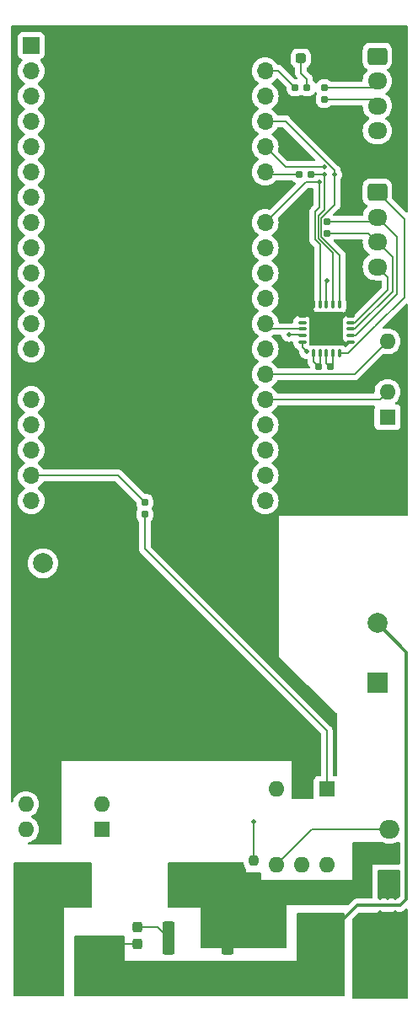
<source format=gbr>
%TF.GenerationSoftware,KiCad,Pcbnew,7.0.8*%
%TF.CreationDate,2024-01-30T16:00:27+08:00*%
%TF.ProjectId,esp32_temperature_controller,65737033-325f-4746-956d-706572617475,rev?*%
%TF.SameCoordinates,PX50e7ea0PY815a420*%
%TF.FileFunction,Copper,L1,Top*%
%TF.FilePolarity,Positive*%
%FSLAX46Y46*%
G04 Gerber Fmt 4.6, Leading zero omitted, Abs format (unit mm)*
G04 Created by KiCad (PCBNEW 7.0.8) date 2024-01-30 16:00:27*
%MOMM*%
%LPD*%
G01*
G04 APERTURE LIST*
G04 Aperture macros list*
%AMRoundRect*
0 Rectangle with rounded corners*
0 $1 Rounding radius*
0 $2 $3 $4 $5 $6 $7 $8 $9 X,Y pos of 4 corners*
0 Add a 4 corners polygon primitive as box body*
4,1,4,$2,$3,$4,$5,$6,$7,$8,$9,$2,$3,0*
0 Add four circle primitives for the rounded corners*
1,1,$1+$1,$2,$3*
1,1,$1+$1,$4,$5*
1,1,$1+$1,$6,$7*
1,1,$1+$1,$8,$9*
0 Add four rect primitives between the rounded corners*
20,1,$1+$1,$2,$3,$4,$5,0*
20,1,$1+$1,$4,$5,$6,$7,0*
20,1,$1+$1,$6,$7,$8,$9,0*
20,1,$1+$1,$8,$9,$2,$3,0*%
G04 Aperture macros list end*
%TA.AperFunction,SMDPad,CuDef*%
%ADD10RoundRect,0.160000X0.197500X0.160000X-0.197500X0.160000X-0.197500X-0.160000X0.197500X-0.160000X0*%
%TD*%
%TA.AperFunction,ComponentPad*%
%ADD11R,1.600000X1.600000*%
%TD*%
%TA.AperFunction,ComponentPad*%
%ADD12O,1.600000X1.600000*%
%TD*%
%TA.AperFunction,SMDPad,CuDef*%
%ADD13RoundRect,0.250000X0.362500X1.425000X-0.362500X1.425000X-0.362500X-1.425000X0.362500X-1.425000X0*%
%TD*%
%TA.AperFunction,ComponentPad*%
%ADD14C,1.600000*%
%TD*%
%TA.AperFunction,ComponentPad*%
%ADD15RoundRect,0.250000X-0.725000X0.600000X-0.725000X-0.600000X0.725000X-0.600000X0.725000X0.600000X0*%
%TD*%
%TA.AperFunction,ComponentPad*%
%ADD16O,1.950000X1.700000*%
%TD*%
%TA.AperFunction,ComponentPad*%
%ADD17RoundRect,0.250000X-0.650000X-1.550000X0.650000X-1.550000X0.650000X1.550000X-0.650000X1.550000X0*%
%TD*%
%TA.AperFunction,ComponentPad*%
%ADD18O,1.800000X3.600000*%
%TD*%
%TA.AperFunction,SMDPad,CuDef*%
%ADD19RoundRect,0.155000X0.155000X-0.212500X0.155000X0.212500X-0.155000X0.212500X-0.155000X-0.212500X0*%
%TD*%
%TA.AperFunction,SMDPad,CuDef*%
%ADD20RoundRect,0.237500X0.287500X0.237500X-0.287500X0.237500X-0.287500X-0.237500X0.287500X-0.237500X0*%
%TD*%
%TA.AperFunction,SMDPad,CuDef*%
%ADD21RoundRect,0.237500X-0.237500X0.250000X-0.237500X-0.250000X0.237500X-0.250000X0.237500X0.250000X0*%
%TD*%
%TA.AperFunction,SMDPad,CuDef*%
%ADD22RoundRect,0.160000X-0.197500X-0.160000X0.197500X-0.160000X0.197500X0.160000X-0.197500X0.160000X0*%
%TD*%
%TA.AperFunction,SMDPad,CuDef*%
%ADD23RoundRect,0.237500X-0.237500X0.287500X-0.237500X-0.287500X0.237500X-0.287500X0.237500X0.287500X0*%
%TD*%
%TA.AperFunction,ComponentPad*%
%ADD24R,1.700000X1.700000*%
%TD*%
%TA.AperFunction,ComponentPad*%
%ADD25O,1.700000X1.700000*%
%TD*%
%TA.AperFunction,SMDPad,CuDef*%
%ADD26RoundRect,0.075000X0.075000X-0.325000X0.075000X0.325000X-0.075000X0.325000X-0.075000X-0.325000X0*%
%TD*%
%TA.AperFunction,SMDPad,CuDef*%
%ADD27RoundRect,0.075000X0.325000X-0.075000X0.325000X0.075000X-0.325000X0.075000X-0.325000X-0.075000X0*%
%TD*%
%TA.AperFunction,SMDPad,CuDef*%
%ADD28R,3.350000X3.350000*%
%TD*%
%TA.AperFunction,SMDPad,CuDef*%
%ADD29RoundRect,0.160000X0.160000X-0.197500X0.160000X0.197500X-0.160000X0.197500X-0.160000X-0.197500X0*%
%TD*%
%TA.AperFunction,ComponentPad*%
%ADD30RoundRect,0.575000X0.575000X0.575000X-0.575000X0.575000X-0.575000X-0.575000X0.575000X-0.575000X0*%
%TD*%
%TA.AperFunction,ComponentPad*%
%ADD31C,2.300000*%
%TD*%
%TA.AperFunction,ComponentPad*%
%ADD32R,2.000000X2.000000*%
%TD*%
%TA.AperFunction,ComponentPad*%
%ADD33C,2.000000*%
%TD*%
%TA.AperFunction,ComponentPad*%
%ADD34R,2.000000X1.905000*%
%TD*%
%TA.AperFunction,ComponentPad*%
%ADD35O,2.000000X1.905000*%
%TD*%
%TA.AperFunction,ViaPad*%
%ADD36C,0.500000*%
%TD*%
%TA.AperFunction,Conductor*%
%ADD37C,0.170000*%
%TD*%
%TA.AperFunction,Conductor*%
%ADD38C,0.300000*%
%TD*%
G04 APERTURE END LIST*
D10*
%TO.P,R8,1*%
%TO.N,Net-(U2-ISENSOR)*%
X32093500Y63500000D03*
%TO.P,R8,2*%
%TO.N,Net-(U2-BIAS)*%
X30898500Y63500000D03*
%TD*%
D11*
%TO.P,U4,1*%
%TO.N,Net-(R4-Pad1)*%
X31735000Y21072000D03*
D12*
%TO.P,U4,2*%
%TO.N,GND*%
X29195000Y21072000D03*
%TO.P,U4,3,NC*%
%TO.N,unconnected-(U4-NC-Pad3)*%
X26655000Y21072000D03*
%TO.P,U4,4*%
%TO.N,Net-(D5-G)*%
X26655000Y13452000D03*
%TO.P,U4,5,NC*%
%TO.N,unconnected-(U4-NC-Pad5)*%
X29195000Y13452000D03*
%TO.P,U4,6*%
%TO.N,Net-(R5-Pad1)*%
X31735000Y13452000D03*
%TD*%
D13*
%TO.P,R6,1*%
%TO.N,LINE*%
X21758500Y6096000D03*
%TO.P,R6,2*%
%TO.N,Net-(D6-K)*%
X15833500Y6096000D03*
%TD*%
D14*
%TO.P,RV1,1*%
%TO.N,NEUT*%
X24638000Y1778000D03*
%TO.P,RV1,2*%
%TO.N,LINE*%
X26638000Y6778000D03*
%TD*%
D15*
%TO.P,J6,1,Pin_1*%
%TO.N,Net-(J6-Pin_1)*%
X36830000Y81026000D03*
D16*
%TO.P,J6,2,Pin_2*%
%TO.N,Net-(J6-Pin_2)*%
X36830000Y78526000D03*
%TO.P,J6,3,Pin_3*%
%TO.N,Net-(J6-Pin_3)*%
X36830000Y76026000D03*
%TO.P,J6,4,Pin_4*%
%TO.N,Net-(J6-Pin_4)*%
X36830000Y73526000D03*
%TD*%
D17*
%TO.P,J3,1,Pin_1*%
%TO.N,/LIVE*%
X3302000Y3556000D03*
D18*
%TO.P,J3,2,Pin_2*%
%TO.N,NEUT*%
X8382000Y3556000D03*
%TD*%
D19*
%TO.P,C5,1*%
%TO.N,Net-(J5-Pin_3)*%
X31496000Y90364500D03*
%TO.P,C5,2*%
%TO.N,Net-(J5-Pin_2)*%
X31496000Y91499500D03*
%TD*%
D17*
%TO.P,J4,1,Pin_1*%
%TO.N,NEUT*%
X31750000Y3556000D03*
D18*
%TO.P,J4,2,Pin_2*%
%TO.N,Net-(D5-A1)*%
X36830000Y3556000D03*
%TD*%
D15*
%TO.P,J5,1,Pin_1*%
%TO.N,Net-(J5-Pin_1)*%
X36830000Y94702000D03*
D16*
%TO.P,J5,2,Pin_2*%
%TO.N,Net-(J5-Pin_2)*%
X36830000Y92202000D03*
%TO.P,J5,3,Pin_3*%
%TO.N,Net-(J5-Pin_3)*%
X36830000Y89702000D03*
%TO.P,J5,4,Pin_4*%
%TO.N,Net-(J5-Pin_4)*%
X36830000Y87202000D03*
%TD*%
D20*
%TO.P,D7,1,K*%
%TO.N,GND*%
X30889000Y94486000D03*
%TO.P,D7,2,A*%
%TO.N,Net-(D7-A)*%
X29139000Y94486000D03*
%TD*%
D10*
%TO.P,R9,1*%
%TO.N,/TEMP_CLK*%
X30151000Y82804000D03*
%TO.P,R9,2*%
%TO.N,Net-(J2-Pin_6)*%
X28956000Y82804000D03*
%TD*%
D21*
%TO.P,R1,1*%
%TO.N,Net-(D1-A)*%
X24384000Y13866500D03*
%TO.P,R1,2*%
%TO.N,LINE*%
X24384000Y12041500D03*
%TD*%
D22*
%TO.P,R10,1*%
%TO.N,/LED_HEATING_STATE*%
X28566500Y91536000D03*
%TO.P,R10,2*%
%TO.N,Net-(D7-A)*%
X29761500Y91536000D03*
%TD*%
D23*
%TO.P,D6,1,K*%
%TO.N,Net-(D6-K)*%
X12700000Y7225000D03*
%TO.P,D6,2,A*%
%TO.N,NEUT*%
X12700000Y5475000D03*
%TD*%
D24*
%TO.P,J1,1,Pin_1*%
%TO.N,+3V3*%
X2057000Y95748000D03*
D25*
%TO.P,J1,2,Pin_2*%
%TO.N,unconnected-(J1-Pin_2-Pad2)*%
X2057000Y93208000D03*
%TO.P,J1,3,Pin_3*%
%TO.N,unconnected-(J1-Pin_3-Pad3)*%
X2057000Y90668000D03*
%TO.P,J1,4,Pin_4*%
%TO.N,unconnected-(J1-Pin_4-Pad4)*%
X2057000Y88128000D03*
%TO.P,J1,5,Pin_5*%
%TO.N,unconnected-(J1-Pin_5-Pad5)*%
X2057000Y85588000D03*
%TO.P,J1,6,Pin_6*%
%TO.N,unconnected-(J1-Pin_6-Pad6)*%
X2057000Y83048000D03*
%TO.P,J1,7,Pin_7*%
%TO.N,unconnected-(J1-Pin_7-Pad7)*%
X2057000Y80508000D03*
%TO.P,J1,8,Pin_8*%
%TO.N,unconnected-(J1-Pin_8-Pad8)*%
X2057000Y77968000D03*
%TO.P,J1,9,Pin_9*%
%TO.N,unconnected-(J1-Pin_9-Pad9)*%
X2057000Y75428000D03*
%TO.P,J1,10,Pin_10*%
%TO.N,unconnected-(J1-Pin_10-Pad10)*%
X2057000Y72888000D03*
%TO.P,J1,11,Pin_11*%
%TO.N,unconnected-(J1-Pin_11-Pad11)*%
X2057000Y70348000D03*
%TO.P,J1,12,Pin_12*%
%TO.N,unconnected-(J1-Pin_12-Pad12)*%
X2057000Y67808000D03*
%TO.P,J1,13,Pin_13*%
%TO.N,unconnected-(J1-Pin_13-Pad13)*%
X2057000Y65268000D03*
%TO.P,J1,14,Pin_14*%
%TO.N,GND*%
X2057000Y62728000D03*
%TO.P,J1,15,Pin_15*%
%TO.N,unconnected-(J1-Pin_15-Pad15)*%
X2057000Y60188000D03*
%TO.P,J1,16,Pin_16*%
%TO.N,unconnected-(J1-Pin_16-Pad16)*%
X2057000Y57648000D03*
%TO.P,J1,17,Pin_17*%
%TO.N,/ZERO_CROSS*%
X2057000Y55108000D03*
%TO.P,J1,18,Pin_18*%
%TO.N,/HEATER_CTRL*%
X2057000Y52568000D03*
%TO.P,J1,19,Pin_19*%
%TO.N,unconnected-(J1-Pin_19-Pad19)*%
X2057000Y50028000D03*
%TD*%
D19*
%TO.P,C8,1*%
%TO.N,Net-(J6-Pin_3)*%
X31750000Y76902500D03*
%TO.P,C8,2*%
%TO.N,Net-(J6-Pin_2)*%
X31750000Y78037500D03*
%TD*%
D11*
%TO.P,U3,1*%
%TO.N,Net-(D2-K)*%
X9134000Y17013000D03*
D12*
%TO.P,U3,2*%
%TO.N,Net-(D1-K)*%
X9134000Y19553000D03*
%TO.P,U3,3*%
%TO.N,/ZERO_CROSS*%
X1514000Y19553000D03*
%TO.P,U3,4*%
%TO.N,+3V3*%
X1514000Y17013000D03*
%TD*%
D26*
%TO.P,U2,1,BIAS*%
%TO.N,Net-(U2-BIAS)*%
X30420000Y64830000D03*
%TO.P,U2,2,REFIN+*%
X31070000Y64830000D03*
%TO.P,U2,3,REFIN-*%
%TO.N,Net-(U2-ISENSOR)*%
X31720000Y64830000D03*
%TO.P,U2,4,ISENSOR*%
X32370000Y64830000D03*
%TO.P,U2,5,FORCE+*%
%TO.N,Net-(J6-Pin_1)*%
X33020000Y64830000D03*
D27*
%TO.P,U2,6,FORCE2*%
%TO.N,GND*%
X34170000Y65980000D03*
%TO.P,U2,7,RTDIN+*%
%TO.N,Net-(J6-Pin_2)*%
X34170000Y66630000D03*
%TO.P,U2,8,RTDIN-*%
%TO.N,Net-(J6-Pin_3)*%
X34170000Y67280000D03*
%TO.P,U2,9,FORCE-*%
%TO.N,Net-(J6-Pin_4)*%
X34170000Y67930000D03*
%TO.P,U2,10,GND*%
%TO.N,GND*%
X34170000Y68580000D03*
D26*
%TO.P,U2,11,SDI*%
%TO.N,/TEMP_DI*%
X33020000Y69730000D03*
%TO.P,U2,12,SCLK*%
%TO.N,/TEMP_CLK*%
X32370000Y69730000D03*
%TO.P,U2,13,~{CS}*%
%TO.N,/TEMP2_CS*%
X31720000Y69730000D03*
%TO.P,U2,14,SDO*%
%TO.N,/TEMP_DO*%
X31070000Y69730000D03*
%TO.P,U2,15,DGND*%
%TO.N,GND*%
X30420000Y69730000D03*
D27*
%TO.P,U2,16,GND*%
X29270000Y68580000D03*
%TO.P,U2,17,NC*%
%TO.N,unconnected-(U2-NC-Pad17)*%
X29270000Y67930000D03*
%TO.P,U2,18,~{DRDY}*%
%TO.N,/TEMP2_RDY*%
X29270000Y67280000D03*
%TO.P,U2,19,DVDD*%
%TO.N,+3V3*%
X29270000Y66630000D03*
%TO.P,U2,20,VDD*%
X29270000Y65980000D03*
D28*
%TO.P,U2,21,GND*%
%TO.N,GND*%
X31720000Y67280000D03*
%TD*%
D11*
%TO.P,J7,1,Pin_1*%
%TO.N,+3V3*%
X37846000Y58420000D03*
D12*
%TO.P,J7,2,Pin_2*%
%TO.N,/DHT_SDA*%
X37846000Y60960000D03*
%TO.P,J7,3,Pin_3*%
%TO.N,GND*%
X37846000Y63500000D03*
%TO.P,J7,4,Pin_4*%
%TO.N,/DHT_SCL*%
X37846000Y66040000D03*
%TD*%
D29*
%TO.P,R4,1*%
%TO.N,Net-(R4-Pad1)*%
X13462000Y48678500D03*
%TO.P,R4,2*%
%TO.N,/HEATER_CTRL*%
X13462000Y49873500D03*
%TD*%
D24*
%TO.P,J2,1,Pin_1*%
%TO.N,GND*%
X25557000Y95748000D03*
D25*
%TO.P,J2,2,Pin_2*%
%TO.N,/LED_HEATING_STATE*%
X25557000Y93208000D03*
%TO.P,J2,3,Pin_3*%
%TO.N,/TEMP1_RDY*%
X25557000Y90668000D03*
%TO.P,J2,4,Pin_4*%
%TO.N,/TEMP_DI*%
X25557000Y88128000D03*
%TO.P,J2,5,Pin_5*%
%TO.N,/TEMP1_CS*%
X25557000Y85588000D03*
%TO.P,J2,6,Pin_6*%
%TO.N,Net-(J2-Pin_6)*%
X25557000Y83048000D03*
%TO.P,J2,7,Pin_7*%
%TO.N,GND*%
X25557000Y80508000D03*
%TO.P,J2,8,Pin_8*%
%TO.N,/TEMP_DO*%
X25557000Y77968000D03*
%TO.P,J2,9,Pin_9*%
%TO.N,unconnected-(J2-Pin_9-Pad9)*%
X25557000Y75428000D03*
%TO.P,J2,10,Pin_10*%
%TO.N,/TEMP2_CS*%
X25557000Y72888000D03*
%TO.P,J2,11,Pin_11*%
%TO.N,unconnected-(J2-Pin_11-Pad11)*%
X25557000Y70348000D03*
%TO.P,J2,12,Pin_12*%
%TO.N,/TEMP2_RDY*%
X25557000Y67808000D03*
%TO.P,J2,13,Pin_13*%
%TO.N,unconnected-(J2-Pin_13-Pad13)*%
X25557000Y65268000D03*
%TO.P,J2,14,Pin_14*%
%TO.N,/DHT_SCL*%
X25557000Y62728000D03*
%TO.P,J2,15,Pin_15*%
%TO.N,/DHT_SDA*%
X25557000Y60188000D03*
%TO.P,J2,16,Pin_16*%
%TO.N,unconnected-(J2-Pin_16-Pad16)*%
X25557000Y57648000D03*
%TO.P,J2,17,Pin_17*%
%TO.N,unconnected-(J2-Pin_17-Pad17)*%
X25557000Y55108000D03*
%TO.P,J2,18,Pin_18*%
%TO.N,unconnected-(J2-Pin_18-Pad18)*%
X25557000Y52568000D03*
%TO.P,J2,19,Pin_19*%
%TO.N,unconnected-(J2-Pin_19-Pad19)*%
X25557000Y50028000D03*
%TD*%
D30*
%TO.P,F1,1*%
%TO.N,LINE*%
X22188000Y11938000D03*
X17588000Y11938000D03*
D31*
%TO.P,F1,2*%
%TO.N,/LIVE*%
X6288000Y11938000D03*
X1688000Y11938000D03*
%TD*%
D32*
%TO.P,PS1,1,AC/L*%
%TO.N,LINE*%
X36830000Y31750000D03*
D33*
%TO.P,PS1,2,AC/N*%
%TO.N,NEUT*%
X36830000Y37750000D03*
%TO.P,PS1,3,-Vout*%
%TO.N,GND*%
X3230000Y25750000D03*
%TO.P,PS1,4,+Vout*%
%TO.N,+3V3*%
X3230000Y43750000D03*
%TD*%
D34*
%TO.P,D5,1,A1*%
%TO.N,Net-(D5-A1)*%
X38029000Y11938000D03*
D35*
%TO.P,D5,2,A2*%
%TO.N,LINE*%
X38029000Y14478000D03*
%TO.P,D5,3,G*%
%TO.N,Net-(D5-G)*%
X38029000Y17018000D03*
%TD*%
D36*
%TO.N,+3V3*%
X29718000Y65024000D03*
X27940000Y66742500D03*
%TO.N,GND*%
X20814000Y45457430D03*
X6514000Y35571716D03*
X6514000Y85000286D03*
X13664000Y65228858D03*
X35264000Y51286000D03*
X28702000Y65024000D03*
X6514000Y94886000D03*
X20814000Y65228858D03*
X27940000Y85598000D03*
X35264000Y57586000D03*
X20814000Y55343144D03*
X20814000Y75114572D03*
X6514000Y45457430D03*
X13664000Y75114572D03*
X20814000Y25686000D03*
X13664000Y25686000D03*
X29564000Y51286000D03*
X28448000Y75184000D03*
X29564000Y57586000D03*
X13664000Y55343144D03*
X20814000Y94886000D03*
X13664000Y85000286D03*
X6514000Y55343144D03*
X13664000Y35571716D03*
X13664000Y94886000D03*
X28448000Y79248000D03*
X28448000Y77216000D03*
X20814000Y85000286D03*
X29718000Y84836000D03*
X6514000Y25686000D03*
X6514000Y65228858D03*
X6514000Y75114572D03*
X20814000Y35571716D03*
%TO.N,Net-(D1-A)*%
X24384000Y17780000D03*
%TO.N,Net-(D5-A1)*%
X37084000Y8636000D03*
X38608000Y10160000D03*
X35052000Y6686000D03*
X38100000Y7702000D03*
X36576000Y6686000D03*
X36576000Y7702000D03*
X37084000Y10160000D03*
X38608000Y8636000D03*
X37846000Y10160000D03*
X38100000Y6686000D03*
X35052000Y7702000D03*
%TO.N,/TEMP_DI*%
X32512000Y82804000D03*
%TO.N,/TEMP_CLK*%
X31496000Y82804000D03*
%TO.N,/TEMP1_CS*%
X31496000Y83566000D03*
%TO.N,/TEMP_DO*%
X30988000Y82042000D03*
%TO.N,/TEMP2_CS*%
X31750000Y72136000D03*
%TD*%
D37*
%TO.N,+3V3*%
X27940000Y66742500D02*
X29170000Y66742500D01*
X29282500Y65459500D02*
X29718000Y65024000D01*
X29282500Y65980000D02*
X29282500Y65459500D01*
X29170000Y66742500D02*
X29282500Y66630000D01*
X29210000Y65907500D02*
X29282500Y65980000D01*
%TO.N,Net-(J5-Pin_3)*%
X36167500Y90364500D02*
X36830000Y89702000D01*
X31496000Y90364500D02*
X36167500Y90364500D01*
%TO.N,Net-(J5-Pin_2)*%
X31496000Y91499500D02*
X36127500Y91499500D01*
X36127500Y91499500D02*
X36830000Y92202000D01*
%TO.N,Net-(J6-Pin_3)*%
X34570000Y67280000D02*
X38354000Y71064000D01*
X31750000Y76902500D02*
X35953500Y76902500D01*
X34157500Y67280000D02*
X34570000Y67280000D01*
X38354000Y74502000D02*
X36830000Y76026000D01*
X38354000Y71064000D02*
X38354000Y74502000D01*
X35953500Y76902500D02*
X36830000Y76026000D01*
%TO.N,Net-(J6-Pin_2)*%
X34157500Y66630000D02*
X34626000Y66630000D01*
X31750000Y78037500D02*
X36341500Y78037500D01*
X34626000Y66630000D02*
X38796000Y70800000D01*
X36341500Y78037500D02*
X36830000Y78526000D01*
X38796000Y70800000D02*
X38796000Y76560000D01*
X38796000Y76560000D02*
X36830000Y78526000D01*
%TO.N,Net-(D1-A)*%
X24384000Y13551500D02*
X24384000Y17780000D01*
%TO.N,Net-(D5-G)*%
X30221000Y17018000D02*
X38029000Y17018000D01*
X26655000Y13452000D02*
X30221000Y17018000D01*
%TO.N,Net-(D6-K)*%
X12700000Y7225000D02*
X14704500Y7225000D01*
X14704500Y7225000D02*
X15833500Y6096000D01*
D38*
%TO.N,NEUT*%
X34798000Y9398000D02*
X31750000Y6350000D01*
D37*
X10301000Y5475000D02*
X8382000Y3556000D01*
D38*
X39116000Y9398000D02*
X34798000Y9398000D01*
X31750000Y6350000D02*
X31750000Y3556000D01*
X36830000Y37750000D02*
X39751000Y34829000D01*
X39751000Y10033000D02*
X39116000Y9398000D01*
D37*
X12700000Y5475000D02*
X10301000Y5475000D01*
D38*
X39751000Y34829000D02*
X39751000Y10033000D01*
D37*
%TO.N,/HEATER_CTRL*%
X10767500Y52568000D02*
X13462000Y49873500D01*
X2057000Y52568000D02*
X10767500Y52568000D01*
%TO.N,/DHT_SCL*%
X34534000Y62728000D02*
X34114000Y62728000D01*
X25557000Y62728000D02*
X34114000Y62728000D01*
X37846000Y66040000D02*
X34534000Y62728000D01*
%TO.N,/DHT_SDA*%
X25557000Y60188000D02*
X37074000Y60188000D01*
X37074000Y60188000D02*
X37846000Y60960000D01*
%TO.N,Net-(J6-Pin_1)*%
X39522400Y70486000D02*
X39522400Y78333600D01*
X36614406Y67586000D02*
X36622400Y67586000D01*
X33020000Y64830000D02*
X33858406Y64830000D01*
X36622400Y67586000D02*
X39522400Y70486000D01*
X39522400Y78333600D02*
X36830000Y81026000D01*
X33858406Y64830000D02*
X36614406Y67586000D01*
%TO.N,Net-(J6-Pin_4)*%
X37846000Y71206000D02*
X37846000Y72510000D01*
X34157500Y67930000D02*
X34570000Y67930000D01*
X37846000Y72510000D02*
X36830000Y73526000D01*
X34570000Y67930000D02*
X37846000Y71206000D01*
%TO.N,Net-(R4-Pad1)*%
X31735000Y26939000D02*
X31735000Y21072000D01*
X13462000Y48678500D02*
X13462000Y45212000D01*
X13462000Y45212000D02*
X31735000Y26939000D01*
%TO.N,Net-(U2-ISENSOR)*%
X31720000Y64842500D02*
X31720000Y63873500D01*
X32370000Y64842500D02*
X32370000Y63776500D01*
X32370000Y63776500D02*
X32093500Y63500000D01*
X31720000Y63873500D02*
X32093500Y63500000D01*
%TO.N,Net-(U2-BIAS)*%
X31070000Y64842500D02*
X31070000Y63671500D01*
X30420000Y63978500D02*
X30898500Y63500000D01*
X30420000Y64842500D02*
X30420000Y63978500D01*
X31070000Y63671500D02*
X30898500Y63500000D01*
%TO.N,Net-(J2-Pin_6)*%
X25801000Y82804000D02*
X25557000Y83048000D01*
X28956000Y82804000D02*
X25801000Y82804000D01*
%TO.N,/TEMP_DI*%
X31205000Y76528454D02*
X31205000Y78449000D01*
X32512000Y82804000D02*
X32512000Y83235894D01*
X27619894Y88128000D02*
X25557000Y88128000D01*
X32512000Y79756000D02*
X32512000Y82804000D01*
X31205000Y78449000D02*
X32512000Y79756000D01*
X32512000Y83235894D02*
X27619894Y88128000D01*
X33020000Y69717500D02*
X33020000Y74713454D01*
X32572000Y82744000D02*
X32512000Y82804000D01*
X33020000Y74713454D02*
X31205000Y76528454D01*
%TO.N,/TEMP_CLK*%
X30885000Y76395906D02*
X30885000Y78637000D01*
X31496000Y79248000D02*
X31496000Y82804000D01*
X30885000Y78637000D02*
X31496000Y79248000D01*
X30151000Y82804000D02*
X31496000Y82804000D01*
X32370000Y69717500D02*
X32370000Y74910906D01*
X32370000Y74910906D02*
X30885000Y76395906D01*
%TO.N,/TEMP1_CS*%
X31496000Y83566000D02*
X27579000Y83566000D01*
X27579000Y83566000D02*
X25557000Y85588000D01*
%TO.N,/TEMP_DO*%
X30565000Y76263358D02*
X30565000Y79079000D01*
X29631000Y82042000D02*
X25557000Y77968000D01*
X31070000Y69717500D02*
X31070000Y75758358D01*
X30565000Y79079000D02*
X30988000Y79502000D01*
X31070000Y75758358D02*
X30565000Y76263358D01*
X30988000Y79502000D02*
X30988000Y82042000D01*
X30988000Y82042000D02*
X29631000Y82042000D01*
%TO.N,/TEMP2_CS*%
X31720000Y72106000D02*
X31750000Y72136000D01*
X31720000Y69717500D02*
X31720000Y72106000D01*
%TO.N,/TEMP2_RDY*%
X29282500Y67280000D02*
X26085000Y67280000D01*
X26085000Y67280000D02*
X25557000Y67808000D01*
%TO.N,/LED_HEATING_STATE*%
X26894500Y93208000D02*
X28566500Y91536000D01*
X25557000Y93208000D02*
X26894500Y93208000D01*
%TO.N,Net-(D7-A)*%
X29761500Y92388500D02*
X29139000Y93011000D01*
X29139000Y93011000D02*
X29139000Y94486000D01*
X29761500Y91536000D02*
X29761500Y92388500D01*
%TD*%
%TA.AperFunction,Conductor*%
%TO.N,LINE*%
G36*
X37283449Y15737556D02*
G01*
X37331435Y15716508D01*
X37508095Y15639017D01*
X37741524Y15579905D01*
X37921400Y15565000D01*
X37921402Y15565000D01*
X38136598Y15565000D01*
X38136600Y15565000D01*
X38316476Y15579905D01*
X38549905Y15639017D01*
X38770422Y15735745D01*
X38770421Y15735745D01*
X38774551Y15737556D01*
X38824361Y15748000D01*
X38976500Y15748000D01*
X39043539Y15728315D01*
X39089294Y15675511D01*
X39100500Y15624000D01*
X39100500Y13586000D01*
X39080815Y13518961D01*
X39028011Y13473206D01*
X38976500Y13462000D01*
X36322000Y13462000D01*
X36322000Y10172500D01*
X36302315Y10105461D01*
X36249511Y10059706D01*
X36198000Y10048500D01*
X34883505Y10048500D01*
X34867494Y10050268D01*
X34867472Y10050026D01*
X34859705Y10050760D01*
X34859704Y10050760D01*
X34787797Y10048500D01*
X34757075Y10048500D01*
X34757071Y10048500D01*
X34757061Y10048499D01*
X34749793Y10047581D01*
X34743976Y10047124D01*
X34695436Y10045598D01*
X34695425Y10045596D01*
X34675049Y10039677D01*
X34656008Y10035734D01*
X34634953Y10033074D01*
X34634937Y10033070D01*
X34589771Y10015188D01*
X34584244Y10013296D01*
X34537599Y9999744D01*
X34519327Y9988938D01*
X34501861Y9980381D01*
X34482128Y9972568D01*
X34442830Y9944017D01*
X34437953Y9940814D01*
X34424281Y9932728D01*
X34396132Y9916080D01*
X34381126Y9901074D01*
X34366336Y9888442D01*
X34349167Y9875968D01*
X34349165Y9875966D01*
X34318194Y9838530D01*
X34314262Y9834209D01*
X33914372Y9434319D01*
X33853049Y9400834D01*
X33826691Y9398000D01*
X27686000Y9398000D01*
X27686000Y5204000D01*
X27666315Y5136961D01*
X27613511Y5091206D01*
X27562000Y5080000D01*
X19174000Y5080000D01*
X19106961Y5099685D01*
X19061206Y5152489D01*
X19050000Y5204000D01*
X19050000Y9144000D01*
X15872000Y9144000D01*
X15804961Y9163685D01*
X15759206Y9216489D01*
X15748000Y9268000D01*
X15748000Y13592000D01*
X15767685Y13659039D01*
X15820489Y13704794D01*
X15872000Y13716000D01*
X23284501Y13716000D01*
X23351540Y13696315D01*
X23397295Y13643511D01*
X23408501Y13592000D01*
X23408501Y13567314D01*
X23418825Y13466248D01*
X23426969Y13441672D01*
X23473092Y13302484D01*
X23556685Y13166958D01*
X23563661Y13155649D01*
X23585681Y13133629D01*
X23619166Y13072306D01*
X23622000Y13045948D01*
X23622000Y12700000D01*
X25022000Y12700000D01*
X25089039Y12680315D01*
X25134794Y12627511D01*
X25146000Y12576000D01*
X25146000Y11938000D01*
X34290000Y11938000D01*
X34290000Y15624000D01*
X34309685Y15691039D01*
X34362489Y15736794D01*
X34414000Y15748000D01*
X37233639Y15748000D01*
X37283449Y15737556D01*
G37*
%TD.AperFunction*%
%TD*%
%TA.AperFunction,Conductor*%
%TO.N,/LIVE*%
G36*
X8071039Y13696315D02*
G01*
X8116794Y13643511D01*
X8128000Y13592000D01*
X8128000Y9268000D01*
X8108315Y9200961D01*
X8055511Y9155206D01*
X8004000Y9144000D01*
X5334000Y9144000D01*
X5334000Y378000D01*
X5314315Y310961D01*
X5261511Y265206D01*
X5210000Y254000D01*
X378000Y254000D01*
X310961Y273685D01*
X265206Y326489D01*
X254000Y378000D01*
X254000Y13592000D01*
X273685Y13659039D01*
X326489Y13704794D01*
X378000Y13716000D01*
X8004000Y13716000D01*
X8071039Y13696315D01*
G37*
%TD.AperFunction*%
%TD*%
%TA.AperFunction,Conductor*%
%TO.N,NEUT*%
G36*
X33471039Y8616315D02*
G01*
X33516794Y8563511D01*
X33528000Y8512000D01*
X33528000Y378000D01*
X33508315Y310961D01*
X33455511Y265206D01*
X33404000Y254000D01*
X6474000Y254000D01*
X6406961Y273685D01*
X6361206Y326489D01*
X6350000Y378000D01*
X6350000Y6226000D01*
X6369685Y6293039D01*
X6422489Y6338794D01*
X6474000Y6350000D01*
X11306000Y6350000D01*
X11373039Y6330315D01*
X11418794Y6277511D01*
X11430000Y6226000D01*
X11430000Y3810000D01*
X28702000Y3810000D01*
X28702000Y8512000D01*
X28721685Y8579039D01*
X28774489Y8624794D01*
X28826000Y8636000D01*
X33404000Y8636000D01*
X33471039Y8616315D01*
G37*
%TD.AperFunction*%
%TD*%
%TA.AperFunction,Conductor*%
%TO.N,Net-(D5-A1)*%
G36*
X39797334Y9056874D02*
G01*
X39853268Y9015003D01*
X39877684Y8949538D01*
X39878000Y8940693D01*
X39878000Y124500D01*
X39858315Y57461D01*
X39805511Y11706D01*
X39754000Y500D01*
X34414000Y500D01*
X34346961Y20185D01*
X34301206Y72989D01*
X34290000Y124500D01*
X34290000Y7918692D01*
X34309685Y7985731D01*
X34326319Y8006373D01*
X34919627Y8599681D01*
X34980950Y8633166D01*
X35007308Y8636000D01*
X36830000Y8636000D01*
X36835196Y8641197D01*
X36849685Y8690539D01*
X36902489Y8736294D01*
X36954000Y8747500D01*
X39030495Y8747500D01*
X39046505Y8745733D01*
X39046528Y8745974D01*
X39054289Y8745242D01*
X39054296Y8745240D01*
X39126203Y8747500D01*
X39156925Y8747500D01*
X39164190Y8748419D01*
X39170016Y8748878D01*
X39218569Y8750403D01*
X39238956Y8756327D01*
X39257996Y8760269D01*
X39279058Y8762929D01*
X39324235Y8780817D01*
X39329735Y8782700D01*
X39376398Y8796256D01*
X39394665Y8807061D01*
X39412136Y8815620D01*
X39431871Y8823432D01*
X39471177Y8851990D01*
X39476043Y8855187D01*
X39517865Y8879919D01*
X39532870Y8894925D01*
X39547668Y8907564D01*
X39564837Y8920037D01*
X39595809Y8957478D01*
X39599724Y8961780D01*
X39666321Y9028377D01*
X39727643Y9061859D01*
X39797334Y9056874D01*
G37*
%TD.AperFunction*%
%TA.AperFunction,Conductor*%
G36*
X39043539Y12934315D02*
G01*
X39089294Y12881511D01*
X39100500Y12830000D01*
X39100500Y10353808D01*
X39080815Y10286769D01*
X39064181Y10266127D01*
X38882873Y10084819D01*
X38821550Y10051334D01*
X38795192Y10048500D01*
X36954000Y10048500D01*
X36886961Y10068185D01*
X36841206Y10120989D01*
X36830000Y10172500D01*
X36830000Y12830000D01*
X36849685Y12897039D01*
X36902489Y12942794D01*
X36954000Y12954000D01*
X38976500Y12954000D01*
X39043539Y12934315D01*
G37*
%TD.AperFunction*%
%TD*%
%TA.AperFunction,Conductor*%
%TO.N,GND*%
G36*
X39821039Y97770315D02*
G01*
X39866794Y97717511D01*
X39878000Y97666000D01*
X39878000Y79105384D01*
X39858315Y79038345D01*
X39805511Y78992590D01*
X39736353Y78982646D01*
X39672797Y79011671D01*
X39666319Y79017703D01*
X38341818Y80342204D01*
X38308333Y80403527D01*
X38305499Y80429885D01*
X38305499Y81676002D01*
X38305498Y81676019D01*
X38294999Y81778797D01*
X38294998Y81778800D01*
X38261604Y81879575D01*
X38239814Y81945334D01*
X38147712Y82094656D01*
X38023656Y82218712D01*
X37874334Y82310814D01*
X37707797Y82365999D01*
X37707795Y82366000D01*
X37605010Y82376500D01*
X36054998Y82376500D01*
X36054981Y82376499D01*
X35952203Y82366000D01*
X35952200Y82365999D01*
X35785668Y82310815D01*
X35785663Y82310813D01*
X35636342Y82218711D01*
X35512289Y82094658D01*
X35420187Y81945337D01*
X35420186Y81945334D01*
X35365001Y81778797D01*
X35365001Y81778796D01*
X35365000Y81778796D01*
X35354500Y81676017D01*
X35354500Y80375999D01*
X35354501Y80375982D01*
X35365000Y80273204D01*
X35365001Y80273201D01*
X35420185Y80106669D01*
X35420186Y80106666D01*
X35512288Y79957344D01*
X35636344Y79833288D01*
X35780257Y79744522D01*
X35791120Y79737822D01*
X35837845Y79685874D01*
X35849068Y79616912D01*
X35821224Y79552829D01*
X35813706Y79544602D01*
X35666501Y79397397D01*
X35666501Y79397396D01*
X35530967Y79203835D01*
X35530965Y79203831D01*
X35431098Y78989665D01*
X35431094Y78989656D01*
X35369937Y78761411D01*
X35369937Y78761408D01*
X35367731Y78736192D01*
X35342278Y78671123D01*
X35285687Y78630145D01*
X35244203Y78623000D01*
X32510379Y78623000D01*
X32443340Y78642685D01*
X32422698Y78659319D01*
X32420700Y78661317D01*
X32387215Y78722640D01*
X32392199Y78792332D01*
X32420700Y78836679D01*
X32628683Y79044662D01*
X32896007Y79311987D01*
X32902097Y79317328D01*
X32929583Y79338417D01*
X33023433Y79460724D01*
X33025568Y79465877D01*
X33048045Y79520144D01*
X33082429Y79603154D01*
X33097500Y79717627D01*
X33097500Y79717633D01*
X33102551Y79756000D01*
X33098030Y79790337D01*
X33097500Y79798434D01*
X33097500Y82289466D01*
X33116507Y82355439D01*
X33123143Y82365999D01*
X33192456Y82476310D01*
X33248313Y82635941D01*
X33248313Y82635942D01*
X33248314Y82635944D01*
X33267249Y82803998D01*
X33267249Y82804003D01*
X33248314Y82972057D01*
X33221740Y83048001D01*
X33192456Y83131690D01*
X33192454Y83131693D01*
X33192454Y83131694D01*
X33110487Y83262142D01*
X33092542Y83311929D01*
X33082430Y83388740D01*
X33023433Y83531170D01*
X33002920Y83557903D01*
X32952168Y83624045D01*
X32952154Y83624061D01*
X32929583Y83653477D01*
X32929581Y83653478D01*
X32929581Y83653479D01*
X32902105Y83674562D01*
X32896008Y83679908D01*
X28063905Y88512011D01*
X28058566Y88518099D01*
X28037477Y88545583D01*
X28027062Y88553575D01*
X28004500Y88570888D01*
X27915170Y88639433D01*
X27915168Y88639435D01*
X27772743Y88698428D01*
X27772741Y88698429D01*
X27772740Y88698429D01*
X27654234Y88714031D01*
X27619895Y88718552D01*
X27619893Y88718552D01*
X27600083Y88715944D01*
X27585553Y88714031D01*
X27577454Y88713500D01*
X26853086Y88713500D01*
X26786047Y88733185D01*
X26740705Y88785094D01*
X26731038Y88805824D01*
X26731034Y88805831D01*
X26595494Y88999403D01*
X26428402Y89166494D01*
X26428396Y89166499D01*
X26242842Y89296425D01*
X26199217Y89351002D01*
X26192023Y89420500D01*
X26223546Y89482855D01*
X26242842Y89499575D01*
X26308615Y89545630D01*
X26428401Y89629505D01*
X26595495Y89796599D01*
X26731035Y89990170D01*
X26830903Y90204337D01*
X26892063Y90432592D01*
X26912659Y90668000D01*
X26892063Y90903408D01*
X26830903Y91131663D01*
X26731035Y91345829D01*
X26595495Y91539401D01*
X26595494Y91539403D01*
X26428402Y91706494D01*
X26428396Y91706499D01*
X26242842Y91836425D01*
X26199217Y91891002D01*
X26192023Y91960500D01*
X26223546Y92022855D01*
X26242842Y92039575D01*
X26307715Y92085000D01*
X26428401Y92169505D01*
X26595495Y92336599D01*
X26651740Y92416927D01*
X26706315Y92460550D01*
X26775813Y92467744D01*
X26838168Y92436222D01*
X26840995Y92433483D01*
X27672181Y91602297D01*
X27705666Y91540974D01*
X27708500Y91514617D01*
X27708500Y91322612D01*
X27714546Y91256074D01*
X27714548Y91256067D01*
X27762265Y91102934D01*
X27762267Y91102930D01*
X27845242Y90965671D01*
X27845246Y90965666D01*
X27958665Y90852247D01*
X27958670Y90852243D01*
X28095929Y90769268D01*
X28095933Y90769266D01*
X28150100Y90752388D01*
X28249067Y90721548D01*
X28315619Y90715500D01*
X28817380Y90715501D01*
X28817388Y90715501D01*
X28883926Y90721547D01*
X28883927Y90721548D01*
X28883933Y90721548D01*
X29037069Y90769267D01*
X29099850Y90807221D01*
X29167405Y90825056D01*
X29228149Y90807221D01*
X29290931Y90769267D01*
X29290934Y90769266D01*
X29290933Y90769266D01*
X29345100Y90752388D01*
X29444067Y90721548D01*
X29510619Y90715500D01*
X30012380Y90715501D01*
X30012388Y90715501D01*
X30078926Y90721547D01*
X30078927Y90721548D01*
X30078933Y90721548D01*
X30232069Y90769267D01*
X30302717Y90811976D01*
X30369329Y90852243D01*
X30369330Y90852245D01*
X30369335Y90852247D01*
X30482753Y90965665D01*
X30500558Y90995118D01*
X30520407Y91027952D01*
X30571934Y91075140D01*
X30640793Y91086979D01*
X30705122Y91059711D01*
X30733258Y91026921D01*
X30734629Y91024602D01*
X30734630Y91024600D01*
X30741859Y91012377D01*
X30752065Y90995118D01*
X30769245Y90927394D01*
X30752064Y90868881D01*
X30734630Y90839401D01*
X30734628Y90839396D01*
X30688424Y90680363D01*
X30688423Y90680357D01*
X30685500Y90643205D01*
X30685501Y90085798D01*
X30688423Y90048646D01*
X30688423Y90048643D01*
X30688424Y90048642D01*
X30720742Y89937404D01*
X30734630Y89889600D01*
X30818934Y89747050D01*
X30818941Y89747041D01*
X30936040Y89629942D01*
X30936049Y89629935D01*
X30975435Y89606642D01*
X31078600Y89545630D01*
X31120541Y89533445D01*
X31237637Y89499425D01*
X31237640Y89499425D01*
X31237642Y89499424D01*
X31250027Y89498450D01*
X31274795Y89496500D01*
X31274796Y89496501D01*
X31274797Y89496500D01*
X31717202Y89496501D01*
X31754358Y89499424D01*
X31913400Y89545630D01*
X32055954Y89629937D01*
X32168699Y89742683D01*
X32230020Y89776166D01*
X32256379Y89779000D01*
X35228979Y89779000D01*
X35296018Y89759315D01*
X35341773Y89706511D01*
X35352507Y89665808D01*
X35369936Y89466597D01*
X35369938Y89466587D01*
X35431094Y89238345D01*
X35431096Y89238341D01*
X35431097Y89238337D01*
X35464596Y89166499D01*
X35530964Y89024172D01*
X35530965Y89024170D01*
X35666505Y88830598D01*
X35833597Y88663506D01*
X35990595Y88553575D01*
X36034220Y88498998D01*
X36041414Y88429500D01*
X36009891Y88367145D01*
X35990595Y88350425D01*
X35833597Y88240495D01*
X35666506Y88073403D01*
X35666501Y88073396D01*
X35530967Y87879835D01*
X35530965Y87879831D01*
X35431098Y87665665D01*
X35431094Y87665656D01*
X35369938Y87437414D01*
X35369936Y87437404D01*
X35349341Y87202001D01*
X35349341Y87202000D01*
X35369936Y86966597D01*
X35369938Y86966587D01*
X35431094Y86738345D01*
X35431096Y86738341D01*
X35431097Y86738337D01*
X35481031Y86631254D01*
X35530964Y86524172D01*
X35530965Y86524170D01*
X35666505Y86330598D01*
X35833597Y86163506D01*
X36027169Y86027966D01*
X36027171Y86027965D01*
X36241337Y85928097D01*
X36469592Y85866937D01*
X36646034Y85851500D01*
X37013966Y85851500D01*
X37190408Y85866937D01*
X37418663Y85928097D01*
X37632829Y86027965D01*
X37826401Y86163505D01*
X37993495Y86330599D01*
X38129035Y86524170D01*
X38228903Y86738337D01*
X38290063Y86966592D01*
X38310659Y87202000D01*
X38290063Y87437408D01*
X38228903Y87665663D01*
X38129035Y87879829D01*
X38129034Y87879831D01*
X37993494Y88073403D01*
X37826403Y88240494D01*
X37770187Y88279856D01*
X37669401Y88350427D01*
X37625778Y88405001D01*
X37618584Y88474500D01*
X37650106Y88536855D01*
X37669398Y88553572D01*
X37826401Y88663505D01*
X37993495Y88830599D01*
X38129035Y89024170D01*
X38228903Y89238337D01*
X38290063Y89466592D01*
X38310659Y89702000D01*
X38290063Y89937408D01*
X38228903Y90165663D01*
X38129035Y90379829D01*
X38092091Y90432592D01*
X37993494Y90573403D01*
X37826403Y90740494D01*
X37731107Y90807220D01*
X37669401Y90850427D01*
X37625778Y90905001D01*
X37618584Y90974500D01*
X37650106Y91036855D01*
X37669398Y91053572D01*
X37826401Y91163505D01*
X37993495Y91330599D01*
X38129035Y91524170D01*
X38228903Y91738337D01*
X38290063Y91966592D01*
X38310659Y92202000D01*
X38307924Y92233255D01*
X38300478Y92318370D01*
X38290063Y92437408D01*
X38228903Y92665663D01*
X38129035Y92879829D01*
X38129034Y92879831D01*
X37993494Y93073403D01*
X37846295Y93220602D01*
X37812810Y93281925D01*
X37817794Y93351617D01*
X37859666Y93407550D01*
X37868880Y93413822D01*
X37916847Y93443408D01*
X38023656Y93509288D01*
X38147712Y93633344D01*
X38239814Y93782666D01*
X38294999Y93949203D01*
X38305500Y94051991D01*
X38305499Y95352008D01*
X38294999Y95454797D01*
X38239814Y95621334D01*
X38147712Y95770656D01*
X38023656Y95894712D01*
X37874334Y95986814D01*
X37707797Y96041999D01*
X37707795Y96042000D01*
X37605010Y96052500D01*
X36054998Y96052500D01*
X36054981Y96052499D01*
X35952203Y96042000D01*
X35952200Y96041999D01*
X35785668Y95986815D01*
X35785663Y95986813D01*
X35636342Y95894711D01*
X35512289Y95770658D01*
X35420187Y95621337D01*
X35420186Y95621334D01*
X35365001Y95454797D01*
X35365001Y95454796D01*
X35365000Y95454796D01*
X35354500Y95352017D01*
X35354500Y94051999D01*
X35354501Y94051982D01*
X35365000Y93949204D01*
X35365001Y93949201D01*
X35386001Y93885829D01*
X35420186Y93782666D01*
X35501467Y93650887D01*
X35512289Y93633343D01*
X35636344Y93509288D01*
X35791120Y93413822D01*
X35837845Y93361874D01*
X35849068Y93292912D01*
X35821224Y93228829D01*
X35813706Y93220602D01*
X35666501Y93073397D01*
X35666501Y93073396D01*
X35530967Y92879835D01*
X35530965Y92879831D01*
X35431098Y92665665D01*
X35431094Y92665656D01*
X35369938Y92437414D01*
X35369936Y92437404D01*
X35361117Y92336602D01*
X35352147Y92234066D01*
X35349008Y92198192D01*
X35323555Y92133124D01*
X35266965Y92092145D01*
X35225480Y92085000D01*
X32256379Y92085000D01*
X32189340Y92104685D01*
X32168702Y92121315D01*
X32055954Y92234063D01*
X32055953Y92234064D01*
X32055950Y92234066D01*
X31945287Y92299512D01*
X31913400Y92318370D01*
X31913399Y92318371D01*
X31913398Y92318371D01*
X31913395Y92318372D01*
X31754362Y92364576D01*
X31754356Y92364577D01*
X31717205Y92367500D01*
X31717203Y92367500D01*
X31274798Y92367499D01*
X31237645Y92364577D01*
X31078599Y92318370D01*
X30936049Y92234066D01*
X30936040Y92234059D01*
X30818941Y92116960D01*
X30818932Y92116949D01*
X30755077Y92008976D01*
X30704008Y91961293D01*
X30635266Y91948790D01*
X30570677Y91975436D01*
X30542232Y92007945D01*
X30482753Y92106335D01*
X30383318Y92205770D01*
X30349834Y92267093D01*
X30347000Y92293451D01*
X30347000Y92346061D01*
X30347531Y92354162D01*
X30352052Y92388500D01*
X30348310Y92416924D01*
X30331929Y92541346D01*
X30310134Y92593963D01*
X30272934Y92683775D01*
X30272932Y92683777D01*
X30201668Y92776651D01*
X30201654Y92776667D01*
X30179083Y92806083D01*
X30179081Y92806084D01*
X30179081Y92806085D01*
X30151605Y92827168D01*
X30145508Y92832514D01*
X29760819Y93217203D01*
X29727334Y93278526D01*
X29724500Y93304884D01*
X29724500Y93496007D01*
X29744185Y93563046D01*
X29783402Y93601545D01*
X29887350Y93665660D01*
X30009340Y93787650D01*
X30099908Y93934484D01*
X30154174Y94098247D01*
X30164500Y94199323D01*
X30164499Y94772676D01*
X30162676Y94790518D01*
X30154174Y94873753D01*
X30099908Y95037516D01*
X30009340Y95184350D01*
X29887350Y95306340D01*
X29740516Y95396908D01*
X29576753Y95451174D01*
X29576751Y95451175D01*
X29475678Y95461500D01*
X28802330Y95461500D01*
X28802312Y95461499D01*
X28701247Y95451175D01*
X28537484Y95396908D01*
X28537481Y95396907D01*
X28390648Y95306339D01*
X28268661Y95184352D01*
X28178093Y95037519D01*
X28178092Y95037516D01*
X28123826Y94873753D01*
X28123826Y94873752D01*
X28123825Y94873752D01*
X28113500Y94772685D01*
X28113500Y94199331D01*
X28113501Y94199313D01*
X28123825Y94098248D01*
X28160109Y93988751D01*
X28178092Y93934484D01*
X28268660Y93787650D01*
X28390650Y93665660D01*
X28494596Y93601545D01*
X28541321Y93549598D01*
X28553500Y93496007D01*
X28553500Y93053442D01*
X28552969Y93045340D01*
X28548448Y93011001D01*
X28548448Y93011000D01*
X28568571Y92858155D01*
X28568572Y92858151D01*
X28627565Y92715727D01*
X28627566Y92715725D01*
X28627567Y92715724D01*
X28690414Y92633820D01*
X28721417Y92593417D01*
X28732362Y92585018D01*
X28740368Y92578875D01*
X28781571Y92522447D01*
X28785725Y92452701D01*
X28751512Y92391781D01*
X28689794Y92359028D01*
X28664881Y92356500D01*
X28625384Y92356500D01*
X28558345Y92376185D01*
X28537703Y92392819D01*
X27957925Y92972597D01*
X27338511Y93592011D01*
X27333172Y93598099D01*
X27312083Y93625583D01*
X27301969Y93633344D01*
X27279106Y93650888D01*
X27189776Y93719433D01*
X27189774Y93719435D01*
X27047349Y93778428D01*
X27047347Y93778429D01*
X27047346Y93778429D01*
X26932873Y93793500D01*
X26894501Y93798552D01*
X26894498Y93798552D01*
X26868976Y93795192D01*
X26799941Y93805958D01*
X26747685Y93852338D01*
X26740408Y93865728D01*
X26731035Y93885829D01*
X26696965Y93934487D01*
X26595494Y94079403D01*
X26428402Y94246494D01*
X26428395Y94246499D01*
X26234834Y94382033D01*
X26234830Y94382035D01*
X26185174Y94405190D01*
X26020663Y94481903D01*
X26020659Y94481904D01*
X26020655Y94481906D01*
X25792413Y94543062D01*
X25792403Y94543064D01*
X25557001Y94563659D01*
X25556999Y94563659D01*
X25321596Y94543064D01*
X25321586Y94543062D01*
X25093344Y94481906D01*
X25093335Y94481902D01*
X24879171Y94382036D01*
X24879169Y94382035D01*
X24685597Y94246495D01*
X24518505Y94079403D01*
X24382965Y93885831D01*
X24382964Y93885829D01*
X24283098Y93671665D01*
X24283094Y93671656D01*
X24221938Y93443414D01*
X24221936Y93443404D01*
X24201341Y93208001D01*
X24201341Y93208000D01*
X24221936Y92972597D01*
X24221938Y92972587D01*
X24283094Y92744345D01*
X24283096Y92744341D01*
X24283097Y92744337D01*
X24364459Y92569857D01*
X24382965Y92530170D01*
X24382967Y92530166D01*
X24518501Y92336605D01*
X24518506Y92336598D01*
X24685597Y92169507D01*
X24685603Y92169502D01*
X24871158Y92039575D01*
X24914783Y91984998D01*
X24921977Y91915500D01*
X24890454Y91853145D01*
X24871158Y91836425D01*
X24685597Y91706495D01*
X24518505Y91539403D01*
X24382965Y91345831D01*
X24382964Y91345829D01*
X24283098Y91131665D01*
X24283094Y91131656D01*
X24221938Y90903414D01*
X24221936Y90903404D01*
X24201341Y90668001D01*
X24201341Y90668000D01*
X24221936Y90432597D01*
X24221938Y90432587D01*
X24283094Y90204345D01*
X24283096Y90204341D01*
X24283097Y90204337D01*
X24338373Y90085798D01*
X24382965Y89990170D01*
X24382967Y89990166D01*
X24518501Y89796605D01*
X24518506Y89796598D01*
X24685597Y89629507D01*
X24685603Y89629502D01*
X24871158Y89499575D01*
X24914783Y89444998D01*
X24921977Y89375500D01*
X24890454Y89313145D01*
X24871158Y89296425D01*
X24685597Y89166495D01*
X24518505Y88999403D01*
X24382965Y88805831D01*
X24382964Y88805829D01*
X24283098Y88591665D01*
X24283094Y88591656D01*
X24221938Y88363414D01*
X24221936Y88363404D01*
X24201341Y88128001D01*
X24201341Y88128000D01*
X24221936Y87892597D01*
X24221938Y87892587D01*
X24283094Y87664345D01*
X24283096Y87664341D01*
X24283097Y87664337D01*
X24339911Y87542500D01*
X24382965Y87450170D01*
X24382967Y87450166D01*
X24518501Y87256605D01*
X24518506Y87256598D01*
X24685597Y87089507D01*
X24685603Y87089502D01*
X24871158Y86959575D01*
X24914783Y86904998D01*
X24921977Y86835500D01*
X24890454Y86773145D01*
X24871158Y86756425D01*
X24685597Y86626495D01*
X24518505Y86459403D01*
X24382965Y86265831D01*
X24382964Y86265829D01*
X24283098Y86051665D01*
X24283094Y86051656D01*
X24221938Y85823414D01*
X24221936Y85823404D01*
X24201341Y85588001D01*
X24201341Y85588000D01*
X24221936Y85352597D01*
X24221938Y85352587D01*
X24283094Y85124345D01*
X24283096Y85124341D01*
X24283097Y85124337D01*
X24300163Y85087739D01*
X24382965Y84910170D01*
X24382967Y84910166D01*
X24518501Y84716605D01*
X24518506Y84716598D01*
X24685597Y84549507D01*
X24685603Y84549502D01*
X24871158Y84419575D01*
X24914783Y84364998D01*
X24921977Y84295500D01*
X24890454Y84233145D01*
X24871158Y84216425D01*
X24685597Y84086495D01*
X24518505Y83919403D01*
X24382965Y83725831D01*
X24382964Y83725829D01*
X24283098Y83511665D01*
X24283094Y83511656D01*
X24221938Y83283414D01*
X24221936Y83283404D01*
X24201341Y83048001D01*
X24201341Y83048000D01*
X24221936Y82812597D01*
X24221938Y82812587D01*
X24283094Y82584345D01*
X24283096Y82584341D01*
X24283097Y82584337D01*
X24380013Y82376500D01*
X24382965Y82370170D01*
X24382967Y82370166D01*
X24489017Y82218712D01*
X24518505Y82176599D01*
X24685599Y82009505D01*
X24714101Y81989548D01*
X24879165Y81873968D01*
X24879167Y81873967D01*
X24879170Y81873965D01*
X25093337Y81774097D01*
X25321592Y81712937D01*
X25509918Y81696461D01*
X25556999Y81692341D01*
X25557000Y81692341D01*
X25557001Y81692341D01*
X25596234Y81695774D01*
X25792408Y81712937D01*
X26020663Y81774097D01*
X26234830Y81873965D01*
X26428401Y82009505D01*
X26539143Y82120247D01*
X26599324Y82180427D01*
X26600726Y82179025D01*
X26651668Y82212911D01*
X26688477Y82218500D01*
X28198550Y82218500D01*
X28265589Y82198815D01*
X28286231Y82182181D01*
X28348165Y82120247D01*
X28348170Y82120243D01*
X28485429Y82037268D01*
X28485433Y82037266D01*
X28528092Y82023973D01*
X28586240Y81985236D01*
X28614214Y81921211D01*
X28603133Y81852225D01*
X28578883Y81817907D01*
X26057260Y79296284D01*
X25995937Y79262799D01*
X25937486Y79264190D01*
X25792413Y79303062D01*
X25792403Y79303064D01*
X25557001Y79323659D01*
X25556999Y79323659D01*
X25321596Y79303064D01*
X25321586Y79303062D01*
X25093344Y79241906D01*
X25093335Y79241902D01*
X24879171Y79142036D01*
X24879169Y79142035D01*
X24685597Y79006495D01*
X24518505Y78839403D01*
X24382965Y78645831D01*
X24382964Y78645829D01*
X24315938Y78502090D01*
X24285596Y78437021D01*
X24283098Y78431665D01*
X24283094Y78431656D01*
X24221938Y78203414D01*
X24221936Y78203404D01*
X24201341Y77968001D01*
X24201341Y77968000D01*
X24221936Y77732597D01*
X24221938Y77732587D01*
X24283094Y77504345D01*
X24283096Y77504341D01*
X24283097Y77504337D01*
X24382965Y77290170D01*
X24382967Y77290166D01*
X24518501Y77096605D01*
X24518506Y77096598D01*
X24685597Y76929507D01*
X24685603Y76929502D01*
X24871158Y76799575D01*
X24914783Y76744998D01*
X24921977Y76675500D01*
X24890454Y76613145D01*
X24871158Y76596425D01*
X24685597Y76466495D01*
X24518505Y76299403D01*
X24382965Y76105831D01*
X24382964Y76105829D01*
X24283098Y75891665D01*
X24283097Y75891663D01*
X24221938Y75663414D01*
X24221936Y75663404D01*
X24201341Y75428001D01*
X24201341Y75428000D01*
X24221936Y75192597D01*
X24221938Y75192587D01*
X24283094Y74964345D01*
X24283096Y74964341D01*
X24283097Y74964337D01*
X24323555Y74877575D01*
X24382965Y74750170D01*
X24382967Y74750166D01*
X24518501Y74556605D01*
X24518506Y74556598D01*
X24685597Y74389507D01*
X24685603Y74389502D01*
X24871158Y74259575D01*
X24914783Y74204998D01*
X24921977Y74135500D01*
X24890454Y74073145D01*
X24871158Y74056425D01*
X24685597Y73926495D01*
X24518505Y73759403D01*
X24382965Y73565831D01*
X24382964Y73565829D01*
X24283098Y73351665D01*
X24283094Y73351656D01*
X24221938Y73123414D01*
X24221936Y73123404D01*
X24201341Y72888001D01*
X24201341Y72888000D01*
X24221936Y72652597D01*
X24221938Y72652587D01*
X24283094Y72424345D01*
X24283096Y72424341D01*
X24283097Y72424337D01*
X24316845Y72351965D01*
X24382965Y72210170D01*
X24382967Y72210166D01*
X24518501Y72016605D01*
X24518506Y72016598D01*
X24685597Y71849507D01*
X24685603Y71849502D01*
X24871158Y71719575D01*
X24914783Y71664998D01*
X24921977Y71595500D01*
X24890454Y71533145D01*
X24871158Y71516425D01*
X24685597Y71386495D01*
X24518505Y71219403D01*
X24382965Y71025831D01*
X24382964Y71025829D01*
X24283098Y70811665D01*
X24283094Y70811656D01*
X24221938Y70583414D01*
X24221936Y70583404D01*
X24201341Y70348001D01*
X24201341Y70348000D01*
X24221936Y70112597D01*
X24221938Y70112587D01*
X24283094Y69884345D01*
X24283096Y69884341D01*
X24283097Y69884337D01*
X24382965Y69670170D01*
X24382967Y69670166D01*
X24518501Y69476605D01*
X24518506Y69476598D01*
X24685597Y69309507D01*
X24685603Y69309502D01*
X24871158Y69179575D01*
X24914783Y69124998D01*
X24921977Y69055500D01*
X24890454Y68993145D01*
X24871158Y68976425D01*
X24685597Y68846495D01*
X24518505Y68679403D01*
X24382965Y68485831D01*
X24382964Y68485829D01*
X24283098Y68271665D01*
X24283094Y68271656D01*
X24221938Y68043414D01*
X24221936Y68043404D01*
X24201341Y67808001D01*
X24201341Y67808000D01*
X24221936Y67572597D01*
X24221938Y67572587D01*
X24283094Y67344345D01*
X24283096Y67344341D01*
X24283097Y67344337D01*
X24319282Y67266739D01*
X24382965Y67130170D01*
X24382967Y67130166D01*
X24472393Y67002454D01*
X24505620Y66955000D01*
X24518501Y66936605D01*
X24518506Y66936598D01*
X24685597Y66769507D01*
X24685603Y66769502D01*
X24871158Y66639575D01*
X24914783Y66584998D01*
X24921977Y66515500D01*
X24890454Y66453145D01*
X24871158Y66436425D01*
X24685597Y66306495D01*
X24518505Y66139403D01*
X24382965Y65945831D01*
X24382964Y65945829D01*
X24283098Y65731665D01*
X24283094Y65731656D01*
X24221938Y65503414D01*
X24221936Y65503404D01*
X24201341Y65268001D01*
X24201341Y65268000D01*
X24221936Y65032597D01*
X24221938Y65032587D01*
X24283094Y64804345D01*
X24283096Y64804341D01*
X24283097Y64804337D01*
X24315648Y64734532D01*
X24382965Y64590170D01*
X24382967Y64590166D01*
X24483913Y64446002D01*
X24517920Y64397434D01*
X24518501Y64396605D01*
X24518506Y64396598D01*
X24685597Y64229507D01*
X24685603Y64229502D01*
X24871158Y64099575D01*
X24914783Y64044998D01*
X24921977Y63975500D01*
X24890454Y63913145D01*
X24871158Y63896425D01*
X24685597Y63766495D01*
X24518505Y63599403D01*
X24382965Y63405831D01*
X24382964Y63405829D01*
X24283098Y63191665D01*
X24283094Y63191656D01*
X24221938Y62963414D01*
X24221936Y62963404D01*
X24201341Y62728001D01*
X24201341Y62728000D01*
X24221936Y62492597D01*
X24221938Y62492587D01*
X24283094Y62264345D01*
X24283096Y62264341D01*
X24283097Y62264337D01*
X24348843Y62123345D01*
X24382965Y62050170D01*
X24382967Y62050166D01*
X24518501Y61856605D01*
X24518506Y61856598D01*
X24685597Y61689507D01*
X24685603Y61689502D01*
X24871158Y61559575D01*
X24914783Y61504998D01*
X24921977Y61435500D01*
X24890454Y61373145D01*
X24871158Y61356425D01*
X24685597Y61226495D01*
X24518505Y61059403D01*
X24382965Y60865831D01*
X24382964Y60865829D01*
X24283098Y60651665D01*
X24283094Y60651656D01*
X24221938Y60423414D01*
X24221936Y60423404D01*
X24201341Y60188001D01*
X24201341Y60188000D01*
X24221936Y59952597D01*
X24221938Y59952587D01*
X24283094Y59724345D01*
X24283096Y59724341D01*
X24283097Y59724337D01*
X24373296Y59530906D01*
X24382965Y59510170D01*
X24382967Y59510166D01*
X24518501Y59316605D01*
X24518506Y59316598D01*
X24685597Y59149507D01*
X24685603Y59149502D01*
X24871158Y59019575D01*
X24914783Y58964998D01*
X24921977Y58895500D01*
X24890454Y58833145D01*
X24871158Y58816425D01*
X24685597Y58686495D01*
X24518505Y58519403D01*
X24382965Y58325831D01*
X24382964Y58325829D01*
X24283098Y58111665D01*
X24283094Y58111656D01*
X24221938Y57883414D01*
X24221936Y57883404D01*
X24201341Y57648001D01*
X24201341Y57648000D01*
X24221936Y57412597D01*
X24221938Y57412587D01*
X24283094Y57184345D01*
X24283096Y57184341D01*
X24283097Y57184337D01*
X24313331Y57119501D01*
X24382965Y56970170D01*
X24382967Y56970166D01*
X24518501Y56776605D01*
X24518506Y56776598D01*
X24685597Y56609507D01*
X24685603Y56609502D01*
X24871158Y56479575D01*
X24914783Y56424998D01*
X24921977Y56355500D01*
X24890454Y56293145D01*
X24871158Y56276425D01*
X24685597Y56146495D01*
X24518505Y55979403D01*
X24382965Y55785831D01*
X24382964Y55785829D01*
X24283098Y55571665D01*
X24283094Y55571656D01*
X24221938Y55343414D01*
X24221936Y55343404D01*
X24201341Y55108001D01*
X24201341Y55108000D01*
X24221936Y54872597D01*
X24221938Y54872587D01*
X24283094Y54644345D01*
X24283096Y54644341D01*
X24283097Y54644337D01*
X24382965Y54430170D01*
X24382967Y54430166D01*
X24518501Y54236605D01*
X24518506Y54236598D01*
X24685597Y54069507D01*
X24685603Y54069502D01*
X24871158Y53939575D01*
X24914783Y53884998D01*
X24921977Y53815500D01*
X24890454Y53753145D01*
X24871158Y53736425D01*
X24685597Y53606495D01*
X24518505Y53439403D01*
X24382965Y53245831D01*
X24382964Y53245829D01*
X24283098Y53031665D01*
X24283094Y53031656D01*
X24221938Y52803414D01*
X24221936Y52803404D01*
X24201341Y52568001D01*
X24201341Y52568000D01*
X24221936Y52332597D01*
X24221938Y52332587D01*
X24283094Y52104345D01*
X24283096Y52104341D01*
X24283097Y52104337D01*
X24339911Y51982500D01*
X24382965Y51890170D01*
X24382967Y51890166D01*
X24518501Y51696605D01*
X24518506Y51696598D01*
X24685597Y51529507D01*
X24685603Y51529502D01*
X24871158Y51399575D01*
X24914783Y51344998D01*
X24921977Y51275500D01*
X24890454Y51213145D01*
X24871158Y51196425D01*
X24685597Y51066495D01*
X24518505Y50899403D01*
X24382965Y50705831D01*
X24382964Y50705829D01*
X24283098Y50491665D01*
X24283094Y50491656D01*
X24221938Y50263414D01*
X24221936Y50263404D01*
X24201341Y50028001D01*
X24201341Y50028000D01*
X24221936Y49792597D01*
X24221938Y49792587D01*
X24283094Y49564345D01*
X24283096Y49564341D01*
X24283097Y49564337D01*
X24286954Y49556066D01*
X24382965Y49350170D01*
X24382967Y49350166D01*
X24432515Y49279405D01*
X24518505Y49156599D01*
X24685599Y48989505D01*
X24771465Y48929381D01*
X24879165Y48853968D01*
X24879167Y48853967D01*
X24879170Y48853965D01*
X25093337Y48754097D01*
X25321592Y48692937D01*
X25509918Y48676461D01*
X25556999Y48672341D01*
X25557000Y48672341D01*
X25557001Y48672341D01*
X25596234Y48675774D01*
X25792408Y48692937D01*
X26020663Y48754097D01*
X26234830Y48853965D01*
X26428401Y48989505D01*
X26595495Y49156599D01*
X26731035Y49350170D01*
X26830903Y49564337D01*
X26892063Y49792592D01*
X26912659Y50028000D01*
X26892063Y50263408D01*
X26830903Y50491663D01*
X26731035Y50705829D01*
X26687630Y50767819D01*
X26595494Y50899403D01*
X26428402Y51066494D01*
X26428396Y51066499D01*
X26242842Y51196425D01*
X26199217Y51251002D01*
X26192023Y51320500D01*
X26223546Y51382855D01*
X26242842Y51399575D01*
X26265026Y51415109D01*
X26428401Y51529505D01*
X26595495Y51696599D01*
X26731035Y51890170D01*
X26830903Y52104337D01*
X26892063Y52332592D01*
X26912659Y52568000D01*
X26892063Y52803408D01*
X26830903Y53031663D01*
X26731035Y53245829D01*
X26595495Y53439401D01*
X26595494Y53439403D01*
X26428402Y53606494D01*
X26428396Y53606499D01*
X26242842Y53736425D01*
X26199217Y53791002D01*
X26192023Y53860500D01*
X26223546Y53922855D01*
X26242842Y53939575D01*
X26265026Y53955109D01*
X26428401Y54069505D01*
X26595495Y54236599D01*
X26731035Y54430170D01*
X26830903Y54644337D01*
X26892063Y54872592D01*
X26912659Y55108000D01*
X26892063Y55343408D01*
X26830903Y55571663D01*
X26731035Y55785829D01*
X26595495Y55979401D01*
X26595494Y55979403D01*
X26428402Y56146494D01*
X26428396Y56146499D01*
X26242842Y56276425D01*
X26199217Y56331002D01*
X26192023Y56400500D01*
X26223546Y56462855D01*
X26242842Y56479575D01*
X26265026Y56495109D01*
X26428401Y56609505D01*
X26595495Y56776599D01*
X26731035Y56970170D01*
X26830903Y57184337D01*
X26892063Y57412592D01*
X26912659Y57648000D01*
X26892063Y57883408D01*
X26830903Y58111663D01*
X26731035Y58325829D01*
X26595495Y58519401D01*
X26595494Y58519403D01*
X26428402Y58686494D01*
X26428396Y58686499D01*
X26242842Y58816425D01*
X26199217Y58871002D01*
X26192023Y58940500D01*
X26223546Y59002855D01*
X26242842Y59019575D01*
X26265026Y59035109D01*
X26428401Y59149505D01*
X26595495Y59316599D01*
X26731035Y59510170D01*
X26736234Y59521321D01*
X26740705Y59530906D01*
X26786878Y59583345D01*
X26853086Y59602500D01*
X36475890Y59602500D01*
X36542929Y59582815D01*
X36588684Y59530011D01*
X36598628Y59460853D01*
X36592072Y59435167D01*
X36551908Y59327483D01*
X36545501Y59267884D01*
X36545501Y59267877D01*
X36545500Y59267865D01*
X36545500Y57572130D01*
X36545501Y57572124D01*
X36551908Y57512517D01*
X36602202Y57377672D01*
X36602206Y57377665D01*
X36688452Y57262456D01*
X36688455Y57262453D01*
X36803664Y57176207D01*
X36803671Y57176203D01*
X36938517Y57125909D01*
X36938516Y57125909D01*
X36945444Y57125165D01*
X36998127Y57119500D01*
X38693872Y57119501D01*
X38753483Y57125909D01*
X38888331Y57176204D01*
X39003546Y57262454D01*
X39089796Y57377669D01*
X39140091Y57512517D01*
X39146500Y57572127D01*
X39146499Y59267872D01*
X39140091Y59327483D01*
X39090347Y59460853D01*
X39089797Y59462329D01*
X39089793Y59462336D01*
X39003547Y59577545D01*
X39003544Y59577548D01*
X38888335Y59663794D01*
X38888328Y59663798D01*
X38753482Y59714092D01*
X38753483Y59714092D01*
X38718404Y59717863D01*
X38653853Y59744601D01*
X38614005Y59801994D01*
X38611512Y59871819D01*
X38647165Y59931908D01*
X38660539Y59942728D01*
X38685140Y59959954D01*
X38846045Y60120859D01*
X38846047Y60120861D01*
X38976568Y60307266D01*
X39072739Y60513504D01*
X39131635Y60733308D01*
X39151468Y60960000D01*
X39131635Y61186692D01*
X39072739Y61406496D01*
X38976568Y61612734D01*
X38846047Y61799139D01*
X38846045Y61799142D01*
X38685141Y61960046D01*
X38498734Y62090568D01*
X38498732Y62090569D01*
X38292497Y62186739D01*
X38292488Y62186742D01*
X38072697Y62245634D01*
X38072693Y62245635D01*
X38072692Y62245635D01*
X38072691Y62245636D01*
X38072686Y62245636D01*
X37846002Y62265468D01*
X37845998Y62265468D01*
X37619313Y62245636D01*
X37619302Y62245634D01*
X37399511Y62186742D01*
X37399502Y62186739D01*
X37193267Y62090569D01*
X37193265Y62090568D01*
X37006858Y61960046D01*
X36845954Y61799142D01*
X36715432Y61612735D01*
X36715431Y61612733D01*
X36619261Y61406498D01*
X36619258Y61406489D01*
X36560366Y61186698D01*
X36560364Y61186687D01*
X36549228Y61059401D01*
X36540532Y60960000D01*
X36545054Y60908308D01*
X36531289Y60839809D01*
X36482674Y60789625D01*
X36421527Y60773500D01*
X26853086Y60773500D01*
X26786047Y60793185D01*
X26740705Y60845094D01*
X26731038Y60865824D01*
X26731034Y60865831D01*
X26595494Y61059403D01*
X26428402Y61226494D01*
X26428396Y61226499D01*
X26242842Y61356425D01*
X26199217Y61411002D01*
X26192023Y61480500D01*
X26223546Y61542855D01*
X26242842Y61559575D01*
X26318762Y61612735D01*
X26428401Y61689505D01*
X26595495Y61856599D01*
X26731035Y62050170D01*
X26736234Y62061321D01*
X26740705Y62070906D01*
X26786878Y62123345D01*
X26853086Y62142500D01*
X34075627Y62142500D01*
X34491560Y62142500D01*
X34499659Y62141970D01*
X34514189Y62140057D01*
X34533999Y62137448D01*
X34534000Y62137448D01*
X34534001Y62137448D01*
X34549929Y62139546D01*
X34686846Y62157571D01*
X34829276Y62216567D01*
X34920877Y62286855D01*
X34920876Y62286855D01*
X34932058Y62295434D01*
X34932061Y62295439D01*
X34951583Y62310417D01*
X34972672Y62337903D01*
X34978014Y62343994D01*
X37386564Y64752544D01*
X37447885Y64786027D01*
X37506336Y64784637D01*
X37619308Y64754365D01*
X37781230Y64740199D01*
X37845998Y64734532D01*
X37846000Y64734532D01*
X37846002Y64734532D01*
X37902673Y64739491D01*
X38072692Y64754365D01*
X38292496Y64813261D01*
X38498734Y64909432D01*
X38685139Y65039953D01*
X38846047Y65200861D01*
X38976568Y65387266D01*
X39072739Y65593504D01*
X39131635Y65813308D01*
X39148737Y66008782D01*
X39151468Y66039999D01*
X39151468Y66040002D01*
X39143680Y66129019D01*
X39131635Y66266692D01*
X39072739Y66486496D01*
X38976568Y66692734D01*
X38846047Y66879139D01*
X38846045Y66879142D01*
X38685141Y67040046D01*
X38498734Y67170568D01*
X38498732Y67170569D01*
X38292497Y67266739D01*
X38292488Y67266742D01*
X38072697Y67325634D01*
X38072693Y67325635D01*
X38072692Y67325635D01*
X38072691Y67325636D01*
X38072686Y67325636D01*
X37846002Y67345468D01*
X37845998Y67345468D01*
X37619313Y67325636D01*
X37619302Y67325634D01*
X37479945Y67288294D01*
X37410095Y67289957D01*
X37352232Y67329120D01*
X37324729Y67393349D01*
X37336316Y67462251D01*
X37360168Y67495747D01*
X39666319Y69801899D01*
X39727642Y69835383D01*
X39797334Y69830399D01*
X39853267Y69788527D01*
X39877684Y69723063D01*
X39878000Y69714217D01*
X39878000Y48638000D01*
X39858315Y48570961D01*
X39805511Y48525206D01*
X39754000Y48514000D01*
X26924000Y48514000D01*
X26924000Y34290000D01*
X32727712Y28738623D01*
X32762551Y28678060D01*
X32766000Y28649016D01*
X32766000Y22490858D01*
X32746315Y22423819D01*
X32693511Y22378064D01*
X32628747Y22367568D01*
X32615923Y22368947D01*
X32582873Y22372500D01*
X32582869Y22372500D01*
X32444500Y22372500D01*
X32377461Y22392185D01*
X32331706Y22444989D01*
X32320500Y22496500D01*
X32320500Y26896567D01*
X32321031Y26904669D01*
X32325551Y26939001D01*
X32325551Y26939002D01*
X32320771Y26975311D01*
X32320769Y26975329D01*
X32320500Y26977373D01*
X32305429Y27091846D01*
X32283634Y27144463D01*
X32246434Y27234275D01*
X32212797Y27278110D01*
X32176150Y27325871D01*
X32176145Y27325878D01*
X32176140Y27325883D01*
X32152583Y27356583D01*
X32125102Y27377670D01*
X32119012Y27383011D01*
X14083819Y45418204D01*
X14050334Y45479527D01*
X14047500Y45505885D01*
X14047500Y47921050D01*
X14067185Y47988089D01*
X14083819Y48008731D01*
X14145753Y48070665D01*
X14228733Y48207931D01*
X14276452Y48361067D01*
X14282500Y48427619D01*
X14282499Y48929380D01*
X14282499Y48929381D01*
X14282499Y48929389D01*
X14276453Y48995927D01*
X14276452Y48995930D01*
X14276452Y48995933D01*
X14228733Y49149069D01*
X14190779Y49211851D01*
X14172944Y49279405D01*
X14190780Y49340150D01*
X14196835Y49350166D01*
X14228733Y49402931D01*
X14276452Y49556067D01*
X14282500Y49622619D01*
X14282499Y50124380D01*
X14282499Y50124389D01*
X14276453Y50190927D01*
X14276452Y50190930D01*
X14276452Y50190933D01*
X14228733Y50344069D01*
X14228732Y50344071D01*
X14145757Y50481330D01*
X14145753Y50481335D01*
X14032334Y50594754D01*
X14032329Y50594758D01*
X13895070Y50677733D01*
X13895066Y50677735D01*
X13741933Y50725452D01*
X13741935Y50725452D01*
X13715312Y50727872D01*
X13675381Y50731500D01*
X13675378Y50731500D01*
X13483385Y50731500D01*
X13416346Y50751185D01*
X13395704Y50767819D01*
X12865523Y51298000D01*
X11211511Y52952011D01*
X11206172Y52958099D01*
X11185083Y52985583D01*
X11152106Y53010888D01*
X11062776Y53079433D01*
X11062774Y53079435D01*
X10920349Y53138428D01*
X10920347Y53138429D01*
X10920346Y53138429D01*
X10801840Y53154031D01*
X10767501Y53158552D01*
X10767499Y53158552D01*
X10747689Y53155944D01*
X10733159Y53154031D01*
X10725060Y53153500D01*
X3353086Y53153500D01*
X3286047Y53173185D01*
X3240705Y53225094D01*
X3231038Y53245824D01*
X3231034Y53245831D01*
X3095494Y53439403D01*
X2928402Y53606494D01*
X2928396Y53606499D01*
X2742842Y53736425D01*
X2699217Y53791002D01*
X2692023Y53860500D01*
X2723546Y53922855D01*
X2742842Y53939575D01*
X2765026Y53955109D01*
X2928401Y54069505D01*
X3095495Y54236599D01*
X3231035Y54430170D01*
X3330903Y54644337D01*
X3392063Y54872592D01*
X3412659Y55108000D01*
X3392063Y55343408D01*
X3330903Y55571663D01*
X3231035Y55785829D01*
X3095495Y55979401D01*
X3095494Y55979403D01*
X2928402Y56146494D01*
X2928396Y56146499D01*
X2742842Y56276425D01*
X2699217Y56331002D01*
X2692023Y56400500D01*
X2723546Y56462855D01*
X2742842Y56479575D01*
X2765026Y56495109D01*
X2928401Y56609505D01*
X3095495Y56776599D01*
X3231035Y56970170D01*
X3330903Y57184337D01*
X3392063Y57412592D01*
X3412659Y57648000D01*
X3392063Y57883408D01*
X3330903Y58111663D01*
X3231035Y58325829D01*
X3095495Y58519401D01*
X3095494Y58519403D01*
X2928402Y58686494D01*
X2928396Y58686499D01*
X2742842Y58816425D01*
X2699217Y58871002D01*
X2692023Y58940500D01*
X2723546Y59002855D01*
X2742842Y59019575D01*
X2765026Y59035109D01*
X2928401Y59149505D01*
X3095495Y59316599D01*
X3231035Y59510170D01*
X3330903Y59724337D01*
X3392063Y59952592D01*
X3412659Y60188000D01*
X3392063Y60423408D01*
X3330903Y60651663D01*
X3231035Y60865829D01*
X3201291Y60908309D01*
X3095494Y61059403D01*
X2928402Y61226494D01*
X2928395Y61226499D01*
X2734834Y61362033D01*
X2734830Y61362035D01*
X2734828Y61362036D01*
X2520663Y61461903D01*
X2520659Y61461904D01*
X2520655Y61461906D01*
X2292413Y61523062D01*
X2292403Y61523064D01*
X2057001Y61543659D01*
X2056999Y61543659D01*
X1821596Y61523064D01*
X1821586Y61523062D01*
X1593344Y61461906D01*
X1593335Y61461902D01*
X1379171Y61362036D01*
X1379169Y61362035D01*
X1185597Y61226495D01*
X1018505Y61059403D01*
X882965Y60865831D01*
X882964Y60865829D01*
X783098Y60651665D01*
X783094Y60651656D01*
X721938Y60423414D01*
X721936Y60423404D01*
X701341Y60188001D01*
X701341Y60188000D01*
X721936Y59952597D01*
X721938Y59952587D01*
X783094Y59724345D01*
X783096Y59724341D01*
X783097Y59724337D01*
X873296Y59530906D01*
X882965Y59510170D01*
X882967Y59510166D01*
X1018501Y59316605D01*
X1018506Y59316598D01*
X1185597Y59149507D01*
X1185603Y59149502D01*
X1371158Y59019575D01*
X1414783Y58964998D01*
X1421977Y58895500D01*
X1390454Y58833145D01*
X1371158Y58816425D01*
X1185597Y58686495D01*
X1018505Y58519403D01*
X882965Y58325831D01*
X882964Y58325829D01*
X783098Y58111665D01*
X783094Y58111656D01*
X721938Y57883414D01*
X721936Y57883404D01*
X701341Y57648001D01*
X701341Y57648000D01*
X721936Y57412597D01*
X721938Y57412587D01*
X783094Y57184345D01*
X783096Y57184341D01*
X783097Y57184337D01*
X813331Y57119501D01*
X882965Y56970170D01*
X882967Y56970166D01*
X1018501Y56776605D01*
X1018506Y56776598D01*
X1185597Y56609507D01*
X1185603Y56609502D01*
X1371158Y56479575D01*
X1414783Y56424998D01*
X1421977Y56355500D01*
X1390454Y56293145D01*
X1371158Y56276425D01*
X1185597Y56146495D01*
X1018505Y55979403D01*
X882965Y55785831D01*
X882964Y55785829D01*
X783098Y55571665D01*
X783094Y55571656D01*
X721938Y55343414D01*
X721936Y55343404D01*
X701341Y55108001D01*
X701341Y55108000D01*
X721936Y54872597D01*
X721938Y54872587D01*
X783094Y54644345D01*
X783096Y54644341D01*
X783097Y54644337D01*
X882965Y54430170D01*
X882967Y54430166D01*
X1018501Y54236605D01*
X1018506Y54236598D01*
X1185597Y54069507D01*
X1185603Y54069502D01*
X1371158Y53939575D01*
X1414783Y53884998D01*
X1421977Y53815500D01*
X1390454Y53753145D01*
X1371158Y53736425D01*
X1185597Y53606495D01*
X1018505Y53439403D01*
X882965Y53245831D01*
X882964Y53245829D01*
X783098Y53031665D01*
X783094Y53031656D01*
X721938Y52803414D01*
X721936Y52803404D01*
X701341Y52568001D01*
X701341Y52568000D01*
X721936Y52332597D01*
X721938Y52332587D01*
X783094Y52104345D01*
X783096Y52104341D01*
X783097Y52104337D01*
X839911Y51982500D01*
X882965Y51890170D01*
X882967Y51890166D01*
X1018501Y51696605D01*
X1018506Y51696598D01*
X1185597Y51529507D01*
X1185603Y51529502D01*
X1371158Y51399575D01*
X1414783Y51344998D01*
X1421977Y51275500D01*
X1390454Y51213145D01*
X1371158Y51196425D01*
X1185597Y51066495D01*
X1018505Y50899403D01*
X882965Y50705831D01*
X882964Y50705829D01*
X783098Y50491665D01*
X783094Y50491656D01*
X721938Y50263414D01*
X721936Y50263404D01*
X701341Y50028001D01*
X701341Y50028000D01*
X721936Y49792597D01*
X721938Y49792587D01*
X783094Y49564345D01*
X783096Y49564341D01*
X783097Y49564337D01*
X786954Y49556066D01*
X882965Y49350170D01*
X882967Y49350166D01*
X932515Y49279405D01*
X1018505Y49156599D01*
X1185599Y48989505D01*
X1271465Y48929381D01*
X1379165Y48853968D01*
X1379167Y48853967D01*
X1379170Y48853965D01*
X1593337Y48754097D01*
X1821592Y48692937D01*
X2009918Y48676461D01*
X2056999Y48672341D01*
X2057000Y48672341D01*
X2057001Y48672341D01*
X2096234Y48675774D01*
X2292408Y48692937D01*
X2520663Y48754097D01*
X2734830Y48853965D01*
X2928401Y48989505D01*
X3095495Y49156599D01*
X3231035Y49350170D01*
X3330903Y49564337D01*
X3392063Y49792592D01*
X3412659Y50028000D01*
X3392063Y50263408D01*
X3330903Y50491663D01*
X3231035Y50705829D01*
X3187630Y50767819D01*
X3095494Y50899403D01*
X2928402Y51066494D01*
X2928396Y51066499D01*
X2742842Y51196425D01*
X2699217Y51251002D01*
X2692023Y51320500D01*
X2723546Y51382855D01*
X2742842Y51399575D01*
X2765026Y51415109D01*
X2928401Y51529505D01*
X3095495Y51696599D01*
X3231035Y51890170D01*
X3236234Y51901321D01*
X3240705Y51910906D01*
X3286878Y51963345D01*
X3353086Y51982500D01*
X10473616Y51982500D01*
X10540655Y51962815D01*
X10561297Y51946181D01*
X12605181Y49902296D01*
X12638666Y49840973D01*
X12641500Y49814616D01*
X12641500Y49622612D01*
X12647546Y49556074D01*
X12647548Y49556067D01*
X12695265Y49402934D01*
X12695267Y49402930D01*
X12733219Y49340149D01*
X12751055Y49272594D01*
X12733219Y49211851D01*
X12695267Y49149071D01*
X12695265Y49149067D01*
X12647548Y48995935D01*
X12641500Y48929379D01*
X12641500Y48427612D01*
X12647546Y48361074D01*
X12647548Y48361067D01*
X12695265Y48207934D01*
X12695267Y48207930D01*
X12778242Y48070671D01*
X12778246Y48070666D01*
X12840181Y48008731D01*
X12873666Y47947408D01*
X12876500Y47921050D01*
X12876500Y45254442D01*
X12875969Y45246340D01*
X12871448Y45212001D01*
X12871448Y45211997D01*
X12875967Y45177661D01*
X12875970Y45177652D01*
X12891571Y45059155D01*
X12891572Y45059151D01*
X12950565Y44916726D01*
X12950567Y44916724D01*
X13044417Y44794417D01*
X13071901Y44773328D01*
X13077989Y44767989D01*
X22345532Y35500446D01*
X31113181Y26732797D01*
X31146666Y26671474D01*
X31149500Y26645116D01*
X31149500Y22496500D01*
X31129815Y22429461D01*
X31077011Y22383706D01*
X31025501Y22372500D01*
X30887130Y22372500D01*
X30887123Y22372499D01*
X30827516Y22366092D01*
X30692671Y22315798D01*
X30692664Y22315794D01*
X30577455Y22229548D01*
X30577452Y22229545D01*
X30491206Y22114336D01*
X30491202Y22114329D01*
X30440908Y21979483D01*
X30434501Y21919884D01*
X30434500Y21919865D01*
X30434500Y20224130D01*
X30434501Y20224126D01*
X30436745Y20203254D01*
X30424339Y20134495D01*
X30376728Y20083358D01*
X30313455Y20066000D01*
X28318000Y20066000D01*
X28250961Y20085685D01*
X28205206Y20138489D01*
X28194000Y20190000D01*
X28194000Y23876000D01*
X5080000Y23876000D01*
X5080000Y15618000D01*
X5060315Y15550961D01*
X5007511Y15505206D01*
X4956000Y15494000D01*
X1811636Y15494000D01*
X1744597Y15513685D01*
X1698842Y15566489D01*
X1688898Y15635647D01*
X1717923Y15699203D01*
X1776701Y15736977D01*
X1779543Y15737775D01*
X1896838Y15769204D01*
X1960496Y15786261D01*
X2166734Y15882432D01*
X2353139Y16012953D01*
X2514047Y16173861D01*
X2644568Y16360266D01*
X2740739Y16566504D01*
X2799635Y16786308D01*
X2819468Y17013000D01*
X2799635Y17239692D01*
X2754916Y17406585D01*
X2740741Y17459489D01*
X2740738Y17459498D01*
X2731205Y17479941D01*
X2644568Y17665734D01*
X2514047Y17852139D01*
X2514045Y17852142D01*
X2353141Y18013046D01*
X2166734Y18143568D01*
X2166728Y18143571D01*
X2113158Y18168551D01*
X2108724Y18170619D01*
X2056285Y18216790D01*
X2037133Y18283983D01*
X2057348Y18350865D01*
X2108725Y18395382D01*
X2166734Y18422432D01*
X2353139Y18552953D01*
X2514047Y18713861D01*
X2644568Y18900266D01*
X2740739Y19106504D01*
X2799635Y19326308D01*
X2819468Y19553000D01*
X2799635Y19779692D01*
X2740739Y19999496D01*
X2644568Y20205734D01*
X2514047Y20392139D01*
X2514045Y20392142D01*
X2353141Y20553046D01*
X2166734Y20683568D01*
X2166732Y20683569D01*
X1960497Y20779739D01*
X1960488Y20779742D01*
X1740697Y20838634D01*
X1740693Y20838635D01*
X1740692Y20838635D01*
X1740691Y20838636D01*
X1740686Y20838636D01*
X1514002Y20858468D01*
X1513998Y20858468D01*
X1287313Y20838636D01*
X1287302Y20838634D01*
X1067511Y20779742D01*
X1067502Y20779739D01*
X861267Y20683569D01*
X861265Y20683568D01*
X674858Y20553046D01*
X513954Y20392142D01*
X383432Y20205735D01*
X383431Y20205733D01*
X287261Y19999498D01*
X287258Y19999489D01*
X244275Y19839070D01*
X207910Y19779409D01*
X145063Y19748880D01*
X75688Y19757175D01*
X21810Y19801660D01*
X535Y19868212D01*
X500Y19871163D01*
X500Y43749995D01*
X1724357Y43749995D01*
X1744890Y43502188D01*
X1744892Y43502176D01*
X1805936Y43261119D01*
X1905826Y43033394D01*
X2041833Y42825218D01*
X2041836Y42825215D01*
X2210256Y42642262D01*
X2406491Y42489526D01*
X2625190Y42371172D01*
X2860386Y42290429D01*
X3105665Y42249500D01*
X3354335Y42249500D01*
X3599614Y42290429D01*
X3834810Y42371172D01*
X4053509Y42489526D01*
X4249744Y42642262D01*
X4418164Y42825215D01*
X4554173Y43033393D01*
X4654063Y43261119D01*
X4715108Y43502179D01*
X4735643Y43750000D01*
X4715108Y43997821D01*
X4654063Y44238881D01*
X4554173Y44466607D01*
X4418166Y44674783D01*
X4332371Y44767981D01*
X4249744Y44857738D01*
X4053509Y45010474D01*
X4053507Y45010475D01*
X4053506Y45010476D01*
X3834811Y45128828D01*
X3834802Y45128831D01*
X3599616Y45209571D01*
X3354335Y45250500D01*
X3105665Y45250500D01*
X2860383Y45209571D01*
X2625197Y45128831D01*
X2625188Y45128828D01*
X2406493Y45010476D01*
X2210257Y44857739D01*
X2041833Y44674783D01*
X1905826Y44466607D01*
X1805936Y44238882D01*
X1744892Y43997825D01*
X1744890Y43997813D01*
X1724357Y43750006D01*
X1724357Y43749995D01*
X500Y43749995D01*
X500Y65268000D01*
X701341Y65268000D01*
X721936Y65032597D01*
X721938Y65032587D01*
X783094Y64804345D01*
X783096Y64804341D01*
X783097Y64804337D01*
X815648Y64734532D01*
X882965Y64590170D01*
X882967Y64590166D01*
X983913Y64446002D01*
X1018505Y64396599D01*
X1185599Y64229505D01*
X1233468Y64195987D01*
X1379165Y64093968D01*
X1379167Y64093967D01*
X1379170Y64093965D01*
X1593337Y63994097D01*
X1821592Y63932937D01*
X2009918Y63916461D01*
X2056999Y63912341D01*
X2057000Y63912341D01*
X2057001Y63912341D01*
X2096234Y63915774D01*
X2292408Y63932937D01*
X2520663Y63994097D01*
X2734830Y64093965D01*
X2928401Y64229505D01*
X3095495Y64396599D01*
X3231035Y64590170D01*
X3330903Y64804337D01*
X3392063Y65032592D01*
X3412659Y65268000D01*
X3392063Y65503408D01*
X3330903Y65731663D01*
X3231035Y65945829D01*
X3207459Y65979500D01*
X3095494Y66139403D01*
X2928402Y66306494D01*
X2928396Y66306499D01*
X2742842Y66436425D01*
X2699217Y66491002D01*
X2692023Y66560500D01*
X2723546Y66622855D01*
X2742842Y66639575D01*
X2821283Y66694500D01*
X2928401Y66769505D01*
X3095495Y66936599D01*
X3231035Y67130170D01*
X3330903Y67344337D01*
X3392063Y67572592D01*
X3412659Y67808000D01*
X3411846Y67817287D01*
X3396779Y67989500D01*
X3392063Y68043408D01*
X3330903Y68271663D01*
X3231035Y68485829D01*
X3215723Y68507698D01*
X3095494Y68679403D01*
X2928402Y68846494D01*
X2928396Y68846499D01*
X2742842Y68976425D01*
X2699217Y69031002D01*
X2692023Y69100500D01*
X2723546Y69162855D01*
X2742842Y69179575D01*
X2765026Y69195109D01*
X2928401Y69309505D01*
X3095495Y69476599D01*
X3231035Y69670170D01*
X3330903Y69884337D01*
X3392063Y70112592D01*
X3412659Y70348000D01*
X3392063Y70583408D01*
X3330903Y70811663D01*
X3231035Y71025829D01*
X3095495Y71219401D01*
X3095494Y71219403D01*
X2928402Y71386494D01*
X2928396Y71386499D01*
X2742842Y71516425D01*
X2699217Y71571002D01*
X2692023Y71640500D01*
X2723546Y71702855D01*
X2742842Y71719575D01*
X2765026Y71735109D01*
X2928401Y71849505D01*
X3095495Y72016599D01*
X3231035Y72210170D01*
X3330903Y72424337D01*
X3392063Y72652592D01*
X3412659Y72888000D01*
X3392063Y73123408D01*
X3330903Y73351663D01*
X3231035Y73565829D01*
X3095495Y73759401D01*
X3095494Y73759403D01*
X2928402Y73926494D01*
X2928396Y73926499D01*
X2742842Y74056425D01*
X2699217Y74111002D01*
X2692023Y74180500D01*
X2723546Y74242855D01*
X2742842Y74259575D01*
X2765026Y74275109D01*
X2928401Y74389505D01*
X3095495Y74556599D01*
X3231035Y74750170D01*
X3330903Y74964337D01*
X3392063Y75192592D01*
X3412659Y75428000D01*
X3392063Y75663408D01*
X3330903Y75891663D01*
X3231035Y76105829D01*
X3227756Y76110513D01*
X3095494Y76299403D01*
X2928402Y76466494D01*
X2928396Y76466499D01*
X2742842Y76596425D01*
X2699217Y76651002D01*
X2692023Y76720500D01*
X2723546Y76782855D01*
X2742842Y76799575D01*
X2765026Y76815109D01*
X2928401Y76929505D01*
X3095495Y77096599D01*
X3231035Y77290170D01*
X3330903Y77504337D01*
X3392063Y77732592D01*
X3412659Y77968000D01*
X3392063Y78203408D01*
X3330903Y78431663D01*
X3231035Y78645829D01*
X3221590Y78659319D01*
X3095494Y78839403D01*
X2928402Y79006494D01*
X2928396Y79006499D01*
X2742842Y79136425D01*
X2699217Y79191002D01*
X2692023Y79260500D01*
X2723546Y79322855D01*
X2742842Y79339575D01*
X2765026Y79355109D01*
X2928401Y79469505D01*
X3095495Y79636599D01*
X3231035Y79830170D01*
X3330903Y80044337D01*
X3392063Y80272592D01*
X3412659Y80508000D01*
X3392063Y80743408D01*
X3330903Y80971663D01*
X3231035Y81185829D01*
X3128336Y81332500D01*
X3095494Y81379403D01*
X2928402Y81546494D01*
X2928396Y81546499D01*
X2742842Y81676425D01*
X2699217Y81731002D01*
X2692023Y81800500D01*
X2723546Y81862855D01*
X2742842Y81879575D01*
X2802304Y81921211D01*
X2928401Y82009505D01*
X3095495Y82176599D01*
X3231035Y82370170D01*
X3330903Y82584337D01*
X3392063Y82812592D01*
X3412659Y83048000D01*
X3392063Y83283408D01*
X3330903Y83511663D01*
X3231035Y83725829D01*
X3095495Y83919401D01*
X3095494Y83919403D01*
X2928402Y84086494D01*
X2928396Y84086499D01*
X2742842Y84216425D01*
X2699217Y84271002D01*
X2692023Y84340500D01*
X2723546Y84402855D01*
X2742842Y84419575D01*
X2765026Y84435109D01*
X2928401Y84549505D01*
X3095495Y84716599D01*
X3231035Y84910170D01*
X3330903Y85124337D01*
X3392063Y85352592D01*
X3412659Y85588000D01*
X3392063Y85823408D01*
X3330903Y86051663D01*
X3231035Y86265829D01*
X3185684Y86330598D01*
X3095494Y86459403D01*
X2928402Y86626494D01*
X2928396Y86626499D01*
X2742842Y86756425D01*
X2699217Y86811002D01*
X2692023Y86880500D01*
X2723546Y86942855D01*
X2742842Y86959575D01*
X2765026Y86975109D01*
X2928401Y87089505D01*
X3095495Y87256599D01*
X3231035Y87450170D01*
X3330903Y87664337D01*
X3392063Y87892592D01*
X3412659Y88128000D01*
X3392063Y88363408D01*
X3330903Y88591663D01*
X3231035Y88805829D01*
X3095495Y88999401D01*
X3095494Y88999403D01*
X2928402Y89166494D01*
X2928396Y89166499D01*
X2742842Y89296425D01*
X2699217Y89351002D01*
X2692023Y89420500D01*
X2723546Y89482855D01*
X2742842Y89499575D01*
X2808615Y89545630D01*
X2928401Y89629505D01*
X3095495Y89796599D01*
X3231035Y89990170D01*
X3330903Y90204337D01*
X3392063Y90432592D01*
X3412659Y90668000D01*
X3392063Y90903408D01*
X3330903Y91131663D01*
X3231035Y91345829D01*
X3095495Y91539401D01*
X3095494Y91539403D01*
X2928402Y91706494D01*
X2928396Y91706499D01*
X2742842Y91836425D01*
X2699217Y91891002D01*
X2692023Y91960500D01*
X2723546Y92022855D01*
X2742842Y92039575D01*
X2807715Y92085000D01*
X2928401Y92169505D01*
X3095495Y92336599D01*
X3231035Y92530170D01*
X3330903Y92744337D01*
X3392063Y92972592D01*
X3412659Y93208000D01*
X3411556Y93220602D01*
X3405230Y93292912D01*
X3392063Y93443408D01*
X3336470Y93650888D01*
X3330905Y93671656D01*
X3330904Y93671657D01*
X3330903Y93671663D01*
X3231035Y93885829D01*
X3231034Y93885831D01*
X3095496Y94079400D01*
X3076647Y94098249D01*
X2973567Y94201329D01*
X2940084Y94262649D01*
X2945068Y94332341D01*
X2986939Y94388275D01*
X3017915Y94405190D01*
X3149331Y94454204D01*
X3264546Y94540454D01*
X3350796Y94655669D01*
X3401091Y94790517D01*
X3407500Y94850127D01*
X3407499Y96645872D01*
X3401091Y96705483D01*
X3350796Y96840331D01*
X3350795Y96840332D01*
X3350793Y96840336D01*
X3264547Y96955545D01*
X3264544Y96955548D01*
X3149335Y97041794D01*
X3149328Y97041798D01*
X3014482Y97092092D01*
X3014483Y97092092D01*
X2954883Y97098499D01*
X2954881Y97098500D01*
X2954873Y97098500D01*
X2954864Y97098500D01*
X1159129Y97098500D01*
X1159123Y97098499D01*
X1099516Y97092092D01*
X964671Y97041798D01*
X964664Y97041794D01*
X849455Y96955548D01*
X849452Y96955545D01*
X763206Y96840336D01*
X763202Y96840329D01*
X712908Y96705483D01*
X706501Y96645884D01*
X706501Y96645877D01*
X706500Y96645865D01*
X706500Y94850130D01*
X706501Y94850124D01*
X712908Y94790517D01*
X763202Y94655672D01*
X763206Y94655665D01*
X849452Y94540456D01*
X849455Y94540453D01*
X964664Y94454207D01*
X964671Y94454203D01*
X1096081Y94405190D01*
X1152015Y94363319D01*
X1176432Y94297855D01*
X1161580Y94229582D01*
X1140430Y94201327D01*
X1018503Y94079400D01*
X882965Y93885831D01*
X882964Y93885829D01*
X783098Y93671665D01*
X783094Y93671656D01*
X721938Y93443414D01*
X721936Y93443404D01*
X701341Y93208001D01*
X701341Y93208000D01*
X721936Y92972597D01*
X721938Y92972587D01*
X783094Y92744345D01*
X783096Y92744341D01*
X783097Y92744337D01*
X864459Y92569857D01*
X882965Y92530170D01*
X882967Y92530166D01*
X1018501Y92336605D01*
X1018506Y92336598D01*
X1185597Y92169507D01*
X1185603Y92169502D01*
X1371158Y92039575D01*
X1414783Y91984998D01*
X1421977Y91915500D01*
X1390454Y91853145D01*
X1371158Y91836425D01*
X1185597Y91706495D01*
X1018505Y91539403D01*
X882965Y91345831D01*
X882964Y91345829D01*
X783098Y91131665D01*
X783094Y91131656D01*
X721938Y90903414D01*
X721936Y90903404D01*
X701341Y90668001D01*
X701341Y90668000D01*
X721936Y90432597D01*
X721938Y90432587D01*
X783094Y90204345D01*
X783096Y90204341D01*
X783097Y90204337D01*
X838373Y90085798D01*
X882965Y89990170D01*
X882967Y89990166D01*
X1018501Y89796605D01*
X1018506Y89796598D01*
X1185597Y89629507D01*
X1185603Y89629502D01*
X1371158Y89499575D01*
X1414783Y89444998D01*
X1421977Y89375500D01*
X1390454Y89313145D01*
X1371158Y89296425D01*
X1185597Y89166495D01*
X1018505Y88999403D01*
X882965Y88805831D01*
X882964Y88805829D01*
X783098Y88591665D01*
X783094Y88591656D01*
X721938Y88363414D01*
X721936Y88363404D01*
X701341Y88128001D01*
X701341Y88128000D01*
X721936Y87892597D01*
X721938Y87892587D01*
X783094Y87664345D01*
X783096Y87664341D01*
X783097Y87664337D01*
X839911Y87542500D01*
X882965Y87450170D01*
X882967Y87450166D01*
X1018501Y87256605D01*
X1018506Y87256598D01*
X1185597Y87089507D01*
X1185603Y87089502D01*
X1371158Y86959575D01*
X1414783Y86904998D01*
X1421977Y86835500D01*
X1390454Y86773145D01*
X1371158Y86756425D01*
X1185597Y86626495D01*
X1018505Y86459403D01*
X882965Y86265831D01*
X882964Y86265829D01*
X783098Y86051665D01*
X783094Y86051656D01*
X721938Y85823414D01*
X721936Y85823404D01*
X701341Y85588001D01*
X701341Y85588000D01*
X721936Y85352597D01*
X721938Y85352587D01*
X783094Y85124345D01*
X783096Y85124341D01*
X783097Y85124337D01*
X800163Y85087739D01*
X882965Y84910170D01*
X882967Y84910166D01*
X1018501Y84716605D01*
X1018506Y84716598D01*
X1185597Y84549507D01*
X1185603Y84549502D01*
X1371158Y84419575D01*
X1414783Y84364998D01*
X1421977Y84295500D01*
X1390454Y84233145D01*
X1371158Y84216425D01*
X1185597Y84086495D01*
X1018505Y83919403D01*
X882965Y83725831D01*
X882964Y83725829D01*
X783098Y83511665D01*
X783094Y83511656D01*
X721938Y83283414D01*
X721936Y83283404D01*
X701341Y83048001D01*
X701341Y83048000D01*
X721936Y82812597D01*
X721938Y82812587D01*
X783094Y82584345D01*
X783096Y82584341D01*
X783097Y82584337D01*
X880013Y82376500D01*
X882965Y82370170D01*
X882967Y82370166D01*
X989017Y82218712D01*
X1014596Y82182181D01*
X1018501Y82176605D01*
X1018506Y82176598D01*
X1185597Y82009507D01*
X1185603Y82009502D01*
X1371158Y81879575D01*
X1414783Y81824998D01*
X1421977Y81755500D01*
X1390454Y81693145D01*
X1371158Y81676425D01*
X1185597Y81546495D01*
X1018505Y81379403D01*
X882965Y81185831D01*
X882964Y81185829D01*
X783098Y80971665D01*
X783094Y80971656D01*
X721938Y80743414D01*
X721936Y80743404D01*
X701341Y80508001D01*
X701341Y80508000D01*
X721936Y80272597D01*
X721938Y80272587D01*
X783094Y80044345D01*
X783096Y80044341D01*
X783097Y80044337D01*
X823663Y79957344D01*
X882965Y79830170D01*
X882967Y79830166D01*
X1018501Y79636605D01*
X1018506Y79636598D01*
X1185597Y79469507D01*
X1185603Y79469502D01*
X1371158Y79339575D01*
X1414783Y79284998D01*
X1421977Y79215500D01*
X1390454Y79153145D01*
X1371158Y79136425D01*
X1185597Y79006495D01*
X1018505Y78839403D01*
X882965Y78645831D01*
X882964Y78645829D01*
X815938Y78502090D01*
X785596Y78437021D01*
X783098Y78431665D01*
X783094Y78431656D01*
X721938Y78203414D01*
X721936Y78203404D01*
X701341Y77968001D01*
X701341Y77968000D01*
X721936Y77732597D01*
X721938Y77732587D01*
X783094Y77504345D01*
X783096Y77504341D01*
X783097Y77504337D01*
X882965Y77290170D01*
X882967Y77290166D01*
X1018501Y77096605D01*
X1018506Y77096598D01*
X1185597Y76929507D01*
X1185603Y76929502D01*
X1371158Y76799575D01*
X1414783Y76744998D01*
X1421977Y76675500D01*
X1390454Y76613145D01*
X1371158Y76596425D01*
X1185597Y76466495D01*
X1018505Y76299403D01*
X882965Y76105831D01*
X882964Y76105829D01*
X783098Y75891665D01*
X783097Y75891663D01*
X721938Y75663414D01*
X721936Y75663404D01*
X701341Y75428001D01*
X701341Y75428000D01*
X721936Y75192597D01*
X721938Y75192587D01*
X783094Y74964345D01*
X783096Y74964341D01*
X783097Y74964337D01*
X823555Y74877575D01*
X882965Y74750170D01*
X882967Y74750166D01*
X1018501Y74556605D01*
X1018506Y74556598D01*
X1185597Y74389507D01*
X1185603Y74389502D01*
X1371158Y74259575D01*
X1414783Y74204998D01*
X1421977Y74135500D01*
X1390454Y74073145D01*
X1371158Y74056425D01*
X1185597Y73926495D01*
X1018505Y73759403D01*
X882965Y73565831D01*
X882964Y73565829D01*
X783098Y73351665D01*
X783094Y73351656D01*
X721938Y73123414D01*
X721936Y73123404D01*
X701341Y72888001D01*
X701341Y72888000D01*
X721936Y72652597D01*
X721938Y72652587D01*
X783094Y72424345D01*
X783096Y72424341D01*
X783097Y72424337D01*
X816845Y72351965D01*
X882965Y72210170D01*
X882967Y72210166D01*
X1018501Y72016605D01*
X1018506Y72016598D01*
X1185597Y71849507D01*
X1185603Y71849502D01*
X1371158Y71719575D01*
X1414783Y71664998D01*
X1421977Y71595500D01*
X1390454Y71533145D01*
X1371158Y71516425D01*
X1185597Y71386495D01*
X1018505Y71219403D01*
X882965Y71025831D01*
X882964Y71025829D01*
X783098Y70811665D01*
X783094Y70811656D01*
X721938Y70583414D01*
X721936Y70583404D01*
X701341Y70348001D01*
X701341Y70348000D01*
X721936Y70112597D01*
X721938Y70112587D01*
X783094Y69884345D01*
X783096Y69884341D01*
X783097Y69884337D01*
X882965Y69670170D01*
X882967Y69670166D01*
X1018501Y69476605D01*
X1018506Y69476598D01*
X1185597Y69309507D01*
X1185603Y69309502D01*
X1371158Y69179575D01*
X1414783Y69124998D01*
X1421977Y69055500D01*
X1390454Y68993145D01*
X1371158Y68976425D01*
X1185597Y68846495D01*
X1018505Y68679403D01*
X882965Y68485831D01*
X882964Y68485829D01*
X783098Y68271665D01*
X783094Y68271656D01*
X721938Y68043414D01*
X721936Y68043404D01*
X701341Y67808001D01*
X701341Y67808000D01*
X721936Y67572597D01*
X721938Y67572587D01*
X783094Y67344345D01*
X783096Y67344341D01*
X783097Y67344337D01*
X819282Y67266739D01*
X882965Y67130170D01*
X882967Y67130166D01*
X972393Y67002454D01*
X1005620Y66955000D01*
X1018501Y66936605D01*
X1018506Y66936598D01*
X1185597Y66769507D01*
X1185603Y66769502D01*
X1371158Y66639575D01*
X1414783Y66584998D01*
X1421977Y66515500D01*
X1390454Y66453145D01*
X1371158Y66436425D01*
X1185597Y66306495D01*
X1018505Y66139403D01*
X882965Y65945831D01*
X882964Y65945829D01*
X783098Y65731665D01*
X783094Y65731656D01*
X721938Y65503414D01*
X721936Y65503404D01*
X701341Y65268001D01*
X701341Y65268000D01*
X500Y65268000D01*
X500Y97666000D01*
X20185Y97733039D01*
X72989Y97778794D01*
X124500Y97790000D01*
X39754000Y97790000D01*
X39821039Y97770315D01*
G37*
%TD.AperFunction*%
%TA.AperFunction,Conductor*%
G36*
X27146385Y66674815D02*
G01*
X27192140Y66622011D01*
X27202566Y66584384D01*
X27203685Y66574447D01*
X27259544Y66414808D01*
X27259547Y66414803D01*
X27349518Y66271616D01*
X27349523Y66271610D01*
X27469109Y66152024D01*
X27469115Y66152019D01*
X27612302Y66062048D01*
X27612305Y66062046D01*
X27612309Y66062045D01*
X27612310Y66062044D01*
X27675311Y66039999D01*
X27771943Y66006186D01*
X27939997Y65987251D01*
X27940000Y65987251D01*
X27940003Y65987251D01*
X28108059Y66006187D01*
X28108061Y66006187D01*
X28204545Y66039948D01*
X28274324Y66043510D01*
X28334951Y66008782D01*
X28367179Y65946788D01*
X28369500Y65922907D01*
X28369500Y65867273D01*
X28384313Y65754765D01*
X28384313Y65754764D01*
X28435500Y65631187D01*
X28442302Y65614767D01*
X28534549Y65494549D01*
X28654767Y65402302D01*
X28654769Y65402302D01*
X28661215Y65397355D01*
X28659525Y65395153D01*
X28698404Y65354394D01*
X28711138Y65313741D01*
X28712071Y65306653D01*
X28771066Y65164224D01*
X28790038Y65139500D01*
X28864917Y65041917D01*
X28892401Y65020828D01*
X28898489Y65015489D01*
X28941310Y64972668D01*
X28974795Y64911345D01*
X28976849Y64898874D01*
X28981687Y64855942D01*
X29037544Y64696308D01*
X29037547Y64696303D01*
X29127518Y64553116D01*
X29127523Y64553110D01*
X29247109Y64433524D01*
X29247115Y64433519D01*
X29390302Y64343548D01*
X29390305Y64343546D01*
X29390309Y64343545D01*
X29390310Y64343544D01*
X29549941Y64287687D01*
X29549944Y64287686D01*
X29683489Y64272640D01*
X29718000Y64268751D01*
X29718000Y64268752D01*
X29724383Y64268032D01*
X29788797Y64240966D01*
X29828352Y64183371D01*
X29834500Y64144812D01*
X29834500Y64020942D01*
X29833969Y64012840D01*
X29829448Y63978501D01*
X29829448Y63978500D01*
X29849571Y63825655D01*
X29849572Y63825651D01*
X29908565Y63683227D01*
X29908566Y63683225D01*
X29908567Y63683224D01*
X29966829Y63607295D01*
X30002417Y63560917D01*
X30002418Y63560916D01*
X30002420Y63560914D01*
X30004181Y63559153D01*
X30005191Y63557303D01*
X30007365Y63554470D01*
X30006923Y63554132D01*
X30037666Y63497830D01*
X30040500Y63471472D01*
X30040500Y63437500D01*
X30020815Y63370461D01*
X29968011Y63324706D01*
X29916500Y63313500D01*
X26853086Y63313500D01*
X26786047Y63333185D01*
X26740705Y63385094D01*
X26731038Y63405824D01*
X26731034Y63405831D01*
X26595494Y63599403D01*
X26428402Y63766494D01*
X26428396Y63766499D01*
X26242842Y63896425D01*
X26199217Y63951002D01*
X26192023Y64020500D01*
X26223546Y64082855D01*
X26242842Y64099575D01*
X26307447Y64144812D01*
X26428401Y64229505D01*
X26595495Y64396599D01*
X26731035Y64590170D01*
X26830903Y64804337D01*
X26892063Y65032592D01*
X26912659Y65268000D01*
X26892063Y65503408D01*
X26830903Y65731663D01*
X26731035Y65945829D01*
X26707459Y65979500D01*
X26595494Y66139403D01*
X26428402Y66306494D01*
X26428401Y66306495D01*
X26306746Y66391679D01*
X26242841Y66436426D01*
X26199216Y66491003D01*
X26192024Y66560502D01*
X26223546Y66622856D01*
X26242835Y66639571D01*
X26289258Y66672077D01*
X26355465Y66694403D01*
X26360380Y66694500D01*
X27079346Y66694500D01*
X27146385Y66674815D01*
G37*
%TD.AperFunction*%
%TA.AperFunction,Conductor*%
G36*
X30345539Y81436815D02*
G01*
X30391294Y81384011D01*
X30402500Y81332500D01*
X30402500Y79795885D01*
X30382815Y79728846D01*
X30366181Y79708204D01*
X30180996Y79523020D01*
X30174894Y79517668D01*
X30147417Y79496584D01*
X30118733Y79459203D01*
X30118729Y79459198D01*
X30053567Y79374277D01*
X30053565Y79374275D01*
X29994572Y79231850D01*
X29994571Y79231846D01*
X29974448Y79079000D01*
X29978969Y79044662D01*
X29979500Y79036561D01*
X29979500Y76305800D01*
X29978969Y76297698D01*
X29974448Y76263359D01*
X29974448Y76263358D01*
X29994571Y76110513D01*
X29994572Y76110509D01*
X30053565Y75968085D01*
X30053566Y75968083D01*
X30053567Y75968082D01*
X30112205Y75891663D01*
X30147417Y75845775D01*
X30174901Y75824686D01*
X30180989Y75819347D01*
X30336922Y75663414D01*
X30448181Y75552155D01*
X30481666Y75490832D01*
X30484500Y75464474D01*
X30484500Y70351064D01*
X30475061Y70303612D01*
X30434314Y70205240D01*
X30434313Y70205236D01*
X30419500Y70092728D01*
X30419500Y69367273D01*
X30432461Y69268829D01*
X30434313Y69254764D01*
X30492302Y69114767D01*
X30584549Y68994549D01*
X30704767Y68902302D01*
X30844764Y68844313D01*
X30957280Y68829500D01*
X30957287Y68829500D01*
X31182713Y68829500D01*
X31182720Y68829500D01*
X31295236Y68844313D01*
X31347550Y68865983D01*
X31417015Y68873451D01*
X31442443Y68865986D01*
X31494764Y68844313D01*
X31607280Y68829500D01*
X31607287Y68829500D01*
X31832713Y68829500D01*
X31832720Y68829500D01*
X31945236Y68844313D01*
X31997550Y68865983D01*
X32067015Y68873451D01*
X32092443Y68865986D01*
X32144764Y68844313D01*
X32257280Y68829500D01*
X32257287Y68829500D01*
X32482713Y68829500D01*
X32482720Y68829500D01*
X32595236Y68844313D01*
X32647550Y68865983D01*
X32717015Y68873451D01*
X32742443Y68865986D01*
X32794764Y68844313D01*
X32907280Y68829500D01*
X32907287Y68829500D01*
X33132713Y68829500D01*
X33132720Y68829500D01*
X33245236Y68844313D01*
X33385233Y68902302D01*
X33505451Y68994549D01*
X33597698Y69114767D01*
X33655687Y69254764D01*
X33670500Y69367280D01*
X33670500Y70092720D01*
X33655687Y70205236D01*
X33642523Y70237016D01*
X33614939Y70303612D01*
X33605500Y70351064D01*
X33605500Y74671013D01*
X33606031Y74679115D01*
X33610552Y74713455D01*
X33610552Y74713456D01*
X33602318Y74776000D01*
X33590430Y74866300D01*
X33541215Y74985113D01*
X33531433Y75008730D01*
X33437583Y75131037D01*
X33410097Y75152128D01*
X33404007Y75157469D01*
X32456157Y76105319D01*
X32422672Y76166642D01*
X32427656Y76236334D01*
X32469528Y76292267D01*
X32534992Y76316684D01*
X32543838Y76317000D01*
X35239478Y76317000D01*
X35306517Y76297315D01*
X35352272Y76244511D01*
X35363006Y76182193D01*
X35349341Y76026002D01*
X35349341Y76026000D01*
X35369936Y75790597D01*
X35369938Y75790587D01*
X35431094Y75562345D01*
X35431096Y75562341D01*
X35431097Y75562337D01*
X35476732Y75464474D01*
X35530964Y75348172D01*
X35530965Y75348170D01*
X35666505Y75154598D01*
X35833597Y74987506D01*
X35990595Y74877575D01*
X36034220Y74822998D01*
X36041414Y74753500D01*
X36009891Y74691145D01*
X35990595Y74674425D01*
X35833597Y74564495D01*
X35666506Y74397403D01*
X35666501Y74397396D01*
X35530967Y74203835D01*
X35530965Y74203831D01*
X35431098Y73989665D01*
X35431094Y73989656D01*
X35369938Y73761414D01*
X35369936Y73761404D01*
X35349341Y73526001D01*
X35349341Y73526000D01*
X35369936Y73290597D01*
X35369938Y73290587D01*
X35431094Y73062345D01*
X35431096Y73062341D01*
X35431097Y73062337D01*
X35481031Y72955254D01*
X35530964Y72848172D01*
X35530965Y72848170D01*
X35666505Y72654598D01*
X35833597Y72487506D01*
X36027169Y72351966D01*
X36027171Y72351965D01*
X36241337Y72252097D01*
X36469592Y72190937D01*
X36646034Y72175500D01*
X37013966Y72175500D01*
X37125694Y72185276D01*
X37194191Y72171510D01*
X37244375Y72122895D01*
X37260500Y72061748D01*
X37260500Y71499884D01*
X37240815Y71432845D01*
X37224181Y71412203D01*
X34428797Y68616819D01*
X34367474Y68583334D01*
X34341116Y68580500D01*
X33807272Y68580500D01*
X33694764Y68565687D01*
X33694763Y68565687D01*
X33554770Y68507700D01*
X33434549Y68415451D01*
X33342300Y68295230D01*
X33284313Y68155237D01*
X33284313Y68155236D01*
X33269500Y68042728D01*
X33269500Y67817273D01*
X33284313Y67704765D01*
X33284313Y67704764D01*
X33305981Y67652451D01*
X33313448Y67582981D01*
X33305981Y67557549D01*
X33284313Y67505237D01*
X33284313Y67505236D01*
X33269500Y67392728D01*
X33269500Y67167273D01*
X33284313Y67054765D01*
X33284313Y67054764D01*
X33305981Y67002451D01*
X33313448Y66932981D01*
X33305981Y66907549D01*
X33284313Y66855237D01*
X33284313Y66855236D01*
X33269500Y66742728D01*
X33269500Y66517273D01*
X33284313Y66404765D01*
X33284313Y66404764D01*
X33341506Y66266687D01*
X33342302Y66264767D01*
X33434549Y66144549D01*
X33554767Y66052302D01*
X33694764Y65994313D01*
X33807280Y65979500D01*
X33880522Y65979500D01*
X33947561Y65959815D01*
X33993316Y65907011D01*
X34003260Y65837853D01*
X33974235Y65774297D01*
X33968203Y65767819D01*
X33718484Y65518101D01*
X33657161Y65484616D01*
X33587469Y65489600D01*
X33532428Y65530294D01*
X33505451Y65565451D01*
X33385233Y65657698D01*
X33385229Y65657700D01*
X33297547Y65694019D01*
X33245236Y65715687D01*
X33231171Y65717539D01*
X33132727Y65730500D01*
X33132720Y65730500D01*
X32907280Y65730500D01*
X32907272Y65730500D01*
X32794764Y65715687D01*
X32794763Y65715687D01*
X32742451Y65694019D01*
X32672981Y65686552D01*
X32647549Y65694019D01*
X32620646Y65705162D01*
X32595236Y65715687D01*
X32581171Y65717539D01*
X32482727Y65730500D01*
X32482720Y65730500D01*
X32257280Y65730500D01*
X32257272Y65730500D01*
X32144764Y65715687D01*
X32144763Y65715687D01*
X32092451Y65694019D01*
X32022981Y65686552D01*
X31997549Y65694019D01*
X31970646Y65705162D01*
X31945236Y65715687D01*
X31931171Y65717539D01*
X31832727Y65730500D01*
X31832720Y65730500D01*
X31607280Y65730500D01*
X31607272Y65730500D01*
X31494764Y65715687D01*
X31494763Y65715687D01*
X31442451Y65694019D01*
X31372981Y65686552D01*
X31347549Y65694019D01*
X31320646Y65705162D01*
X31295236Y65715687D01*
X31281171Y65717539D01*
X31182727Y65730500D01*
X31182720Y65730500D01*
X30957280Y65730500D01*
X30957272Y65730500D01*
X30844764Y65715687D01*
X30844763Y65715687D01*
X30792451Y65694019D01*
X30722981Y65686552D01*
X30697549Y65694019D01*
X30670646Y65705162D01*
X30645236Y65715687D01*
X30631171Y65717539D01*
X30532727Y65730500D01*
X30532720Y65730500D01*
X30307280Y65730500D01*
X30307273Y65730500D01*
X30303228Y65730234D01*
X30303117Y65731918D01*
X30240907Y65741639D01*
X30188667Y65788036D01*
X30169803Y65855311D01*
X30170371Y65863219D01*
X30170234Y65863228D01*
X30170500Y65867287D01*
X30170500Y66092714D01*
X30170499Y66092728D01*
X30164354Y66139403D01*
X30155687Y66205236D01*
X30134017Y66257551D01*
X30126549Y66327015D01*
X30134014Y66352444D01*
X30155687Y66404764D01*
X30170500Y66517280D01*
X30170500Y66742720D01*
X30155687Y66855236D01*
X30134017Y66907551D01*
X30126549Y66977015D01*
X30134014Y67002444D01*
X30155687Y67054764D01*
X30170500Y67167280D01*
X30170500Y67392720D01*
X30155687Y67505236D01*
X30134017Y67557551D01*
X30126549Y67627015D01*
X30134014Y67652444D01*
X30155687Y67704764D01*
X30170500Y67817280D01*
X30170500Y68042720D01*
X30155687Y68155236D01*
X30097698Y68295233D01*
X30005451Y68415451D01*
X29885233Y68507698D01*
X29885229Y68507700D01*
X29821801Y68533973D01*
X29745236Y68565687D01*
X29731171Y68567539D01*
X29632727Y68580500D01*
X29632720Y68580500D01*
X28907280Y68580500D01*
X28907272Y68580500D01*
X28794764Y68565687D01*
X28794763Y68565687D01*
X28654770Y68507700D01*
X28534549Y68415451D01*
X28442300Y68295230D01*
X28384313Y68155237D01*
X28384313Y68155236D01*
X28369500Y68042728D01*
X28369500Y67989500D01*
X28349815Y67922461D01*
X28297011Y67876706D01*
X28245500Y67865500D01*
X27021253Y67865500D01*
X26954214Y67885185D01*
X26908459Y67937989D01*
X26897725Y67978692D01*
X26896779Y67989500D01*
X26892063Y68043408D01*
X26830903Y68271663D01*
X26731035Y68485829D01*
X26715723Y68507698D01*
X26595494Y68679403D01*
X26428402Y68846494D01*
X26428396Y68846499D01*
X26242842Y68976425D01*
X26199217Y69031002D01*
X26192023Y69100500D01*
X26223546Y69162855D01*
X26242842Y69179575D01*
X26265026Y69195109D01*
X26428401Y69309505D01*
X26595495Y69476599D01*
X26731035Y69670170D01*
X26830903Y69884337D01*
X26892063Y70112592D01*
X26912659Y70348000D01*
X26892063Y70583408D01*
X26830903Y70811663D01*
X26731035Y71025829D01*
X26595495Y71219401D01*
X26595494Y71219403D01*
X26428402Y71386494D01*
X26428396Y71386499D01*
X26242842Y71516425D01*
X26199217Y71571002D01*
X26192023Y71640500D01*
X26223546Y71702855D01*
X26242842Y71719575D01*
X26265026Y71735109D01*
X26428401Y71849505D01*
X26595495Y72016599D01*
X26731035Y72210170D01*
X26830903Y72424337D01*
X26892063Y72652592D01*
X26912659Y72888000D01*
X26892063Y73123408D01*
X26830903Y73351663D01*
X26731035Y73565829D01*
X26595495Y73759401D01*
X26595494Y73759403D01*
X26428402Y73926494D01*
X26428396Y73926499D01*
X26242842Y74056425D01*
X26199217Y74111002D01*
X26192023Y74180500D01*
X26223546Y74242855D01*
X26242842Y74259575D01*
X26265026Y74275109D01*
X26428401Y74389505D01*
X26595495Y74556599D01*
X26731035Y74750170D01*
X26830903Y74964337D01*
X26892063Y75192592D01*
X26912659Y75428000D01*
X26892063Y75663408D01*
X26830903Y75891663D01*
X26731035Y76105829D01*
X26727756Y76110513D01*
X26595494Y76299403D01*
X26428402Y76466494D01*
X26428396Y76466499D01*
X26242842Y76596425D01*
X26199217Y76651002D01*
X26192023Y76720500D01*
X26223546Y76782855D01*
X26242842Y76799575D01*
X26265026Y76815109D01*
X26428401Y76929505D01*
X26595495Y77096599D01*
X26731035Y77290170D01*
X26830903Y77504337D01*
X26892063Y77732592D01*
X26912659Y77968000D01*
X26892063Y78203408D01*
X26870679Y78283213D01*
X26853189Y78348489D01*
X26854852Y78418339D01*
X26885281Y78468261D01*
X29837203Y81420181D01*
X29898526Y81453666D01*
X29924884Y81456500D01*
X30278500Y81456500D01*
X30345539Y81436815D01*
G37*
%TD.AperFunction*%
%TA.AperFunction,Conductor*%
G36*
X27393049Y87522815D02*
G01*
X27413691Y87506181D01*
X30556691Y84363181D01*
X30590176Y84301858D01*
X30585192Y84232166D01*
X30543320Y84176233D01*
X30477856Y84151816D01*
X30469010Y84151500D01*
X27872884Y84151500D01*
X27805845Y84171185D01*
X27785203Y84187819D01*
X26885283Y85087739D01*
X26851798Y85149062D01*
X26853189Y85207514D01*
X26892063Y85352592D01*
X26912659Y85588000D01*
X26892063Y85823408D01*
X26830903Y86051663D01*
X26731035Y86265829D01*
X26685684Y86330598D01*
X26595494Y86459403D01*
X26428402Y86626494D01*
X26428396Y86626499D01*
X26242842Y86756425D01*
X26199217Y86811002D01*
X26192023Y86880500D01*
X26223546Y86942855D01*
X26242842Y86959575D01*
X26265026Y86975109D01*
X26428401Y87089505D01*
X26595495Y87256599D01*
X26731035Y87450170D01*
X26736234Y87461321D01*
X26740705Y87470906D01*
X26786878Y87523345D01*
X26853086Y87542500D01*
X27326010Y87542500D01*
X27393049Y87522815D01*
G37*
%TD.AperFunction*%
%TD*%
M02*

</source>
